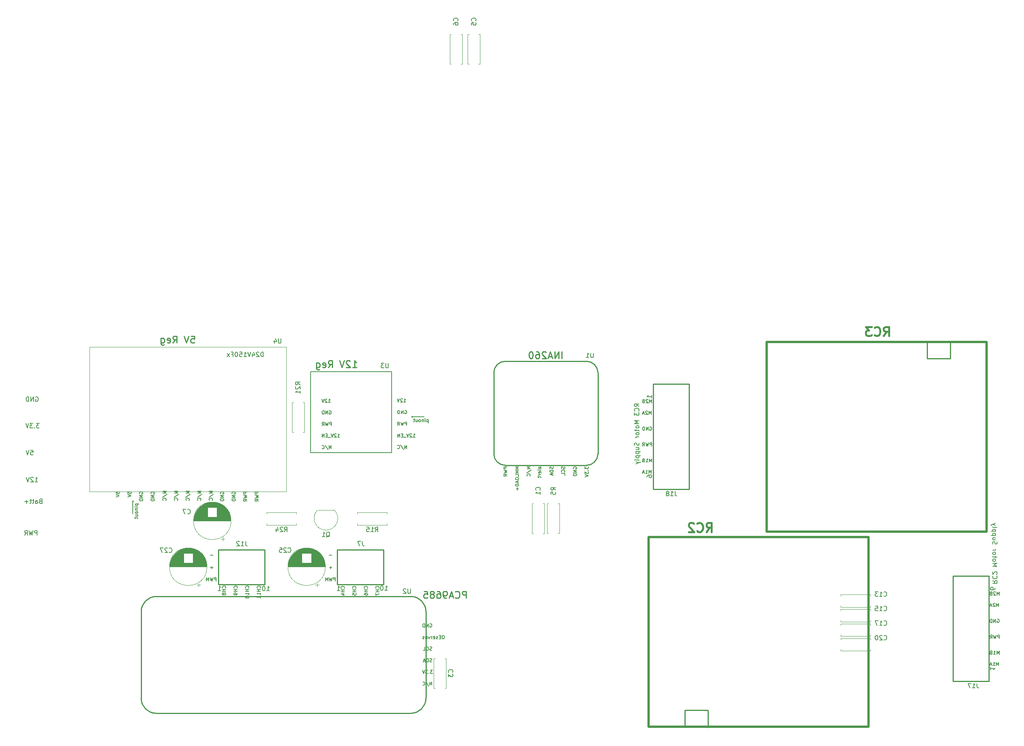
<source format=gbo>
G04 #@! TF.GenerationSoftware,KiCad,Pcbnew,(5.1.10-1-10_14)*
G04 #@! TF.CreationDate,2023-03-19T13:19:43-07:00*
G04 #@! TF.ProjectId,Control_Boards,436f6e74-726f-46c5-9f42-6f617264732e,rev?*
G04 #@! TF.SameCoordinates,Original*
G04 #@! TF.FileFunction,Legend,Bot*
G04 #@! TF.FilePolarity,Positive*
%FSLAX46Y46*%
G04 Gerber Fmt 4.6, Leading zero omitted, Abs format (unit mm)*
G04 Created by KiCad (PCBNEW (5.1.10-1-10_14)) date 2023-03-19 13:19:43*
%MOMM*%
%LPD*%
G01*
G04 APERTURE LIST*
%ADD10C,0.150000*%
%ADD11C,0.250000*%
%ADD12C,0.120000*%
%ADD13C,0.500000*%
%ADD14C,0.400000*%
G04 APERTURE END LIST*
D10*
X62661800Y-140335000D02*
X62788800Y-140182600D01*
X62941200Y-140335000D02*
X62788800Y-140182600D01*
X62788800Y-142925800D02*
X62788800Y-140182600D01*
X63364685Y-140846371D02*
X64114685Y-140846371D01*
X63400400Y-140846371D02*
X63364685Y-140917800D01*
X63364685Y-141060657D01*
X63400400Y-141132085D01*
X63436114Y-141167800D01*
X63507542Y-141203514D01*
X63721828Y-141203514D01*
X63793257Y-141167800D01*
X63828971Y-141132085D01*
X63864685Y-141060657D01*
X63864685Y-140917800D01*
X63828971Y-140846371D01*
X63864685Y-141524942D02*
X63364685Y-141524942D01*
X63114685Y-141524942D02*
X63150400Y-141489228D01*
X63186114Y-141524942D01*
X63150400Y-141560657D01*
X63114685Y-141524942D01*
X63186114Y-141524942D01*
X63364685Y-141882085D02*
X63864685Y-141882085D01*
X63436114Y-141882085D02*
X63400400Y-141917800D01*
X63364685Y-141989228D01*
X63364685Y-142096371D01*
X63400400Y-142167800D01*
X63471828Y-142203514D01*
X63864685Y-142203514D01*
X63864685Y-142667800D02*
X63828971Y-142596371D01*
X63793257Y-142560657D01*
X63721828Y-142524942D01*
X63507542Y-142524942D01*
X63436114Y-142560657D01*
X63400400Y-142596371D01*
X63364685Y-142667800D01*
X63364685Y-142774942D01*
X63400400Y-142846371D01*
X63436114Y-142882085D01*
X63507542Y-142917800D01*
X63721828Y-142917800D01*
X63793257Y-142882085D01*
X63828971Y-142846371D01*
X63864685Y-142774942D01*
X63864685Y-142667800D01*
X63364685Y-143560657D02*
X63864685Y-143560657D01*
X63364685Y-143239228D02*
X63757542Y-143239228D01*
X63828971Y-143274942D01*
X63864685Y-143346371D01*
X63864685Y-143453514D01*
X63828971Y-143524942D01*
X63793257Y-143560657D01*
X63364685Y-143810657D02*
X63364685Y-144096371D01*
X63114685Y-143917800D02*
X63757542Y-143917800D01*
X63828971Y-143953514D01*
X63864685Y-144024942D01*
X63864685Y-144096371D01*
X127591142Y-122330785D02*
X127591142Y-123080785D01*
X127591142Y-122366500D02*
X127519714Y-122330785D01*
X127376856Y-122330785D01*
X127305428Y-122366500D01*
X127269714Y-122402214D01*
X127233999Y-122473642D01*
X127233999Y-122687928D01*
X127269714Y-122759357D01*
X127305428Y-122795071D01*
X127376856Y-122830785D01*
X127519714Y-122830785D01*
X127591142Y-122795071D01*
X126912571Y-122830785D02*
X126912571Y-122330785D01*
X126912571Y-122080785D02*
X126948285Y-122116500D01*
X126912571Y-122152214D01*
X126876856Y-122116500D01*
X126912571Y-122080785D01*
X126912571Y-122152214D01*
X126555428Y-122330785D02*
X126555428Y-122830785D01*
X126555428Y-122402214D02*
X126519714Y-122366500D01*
X126448285Y-122330785D01*
X126341142Y-122330785D01*
X126269714Y-122366500D01*
X126233999Y-122437928D01*
X126233999Y-122830785D01*
X125769714Y-122830785D02*
X125841142Y-122795071D01*
X125876856Y-122759357D01*
X125912571Y-122687928D01*
X125912571Y-122473642D01*
X125876856Y-122402214D01*
X125841142Y-122366500D01*
X125769714Y-122330785D01*
X125662571Y-122330785D01*
X125591142Y-122366500D01*
X125555428Y-122402214D01*
X125519714Y-122473642D01*
X125519714Y-122687928D01*
X125555428Y-122759357D01*
X125591142Y-122795071D01*
X125662571Y-122830785D01*
X125769714Y-122830785D01*
X124876856Y-122330785D02*
X124876856Y-122830785D01*
X125198285Y-122330785D02*
X125198285Y-122723642D01*
X125162571Y-122795071D01*
X125091142Y-122830785D01*
X124983999Y-122830785D01*
X124912571Y-122795071D01*
X124876856Y-122759357D01*
X124626856Y-122330785D02*
X124341142Y-122330785D01*
X124519714Y-122080785D02*
X124519714Y-122723642D01*
X124483999Y-122795071D01*
X124412571Y-122830785D01*
X124341142Y-122830785D01*
X124129800Y-121843800D02*
X123977400Y-121716800D01*
X124129800Y-121564400D02*
X123977400Y-121716800D01*
X126720600Y-121716800D02*
X123977400Y-121716800D01*
X122226342Y-118525485D02*
X122654914Y-118525485D01*
X122440628Y-118525485D02*
X122440628Y-117775485D01*
X122512057Y-117882628D01*
X122583485Y-117954057D01*
X122654914Y-117989771D01*
X121940628Y-117846914D02*
X121904914Y-117811200D01*
X121833485Y-117775485D01*
X121654914Y-117775485D01*
X121583485Y-117811200D01*
X121547771Y-117846914D01*
X121512057Y-117918342D01*
X121512057Y-117989771D01*
X121547771Y-118096914D01*
X121976342Y-118525485D01*
X121512057Y-118525485D01*
X121297771Y-117775485D02*
X121047771Y-118525485D01*
X120797771Y-117775485D01*
X122440628Y-120357550D02*
X122512057Y-120321835D01*
X122619200Y-120321835D01*
X122726342Y-120357550D01*
X122797771Y-120428978D01*
X122833485Y-120500407D01*
X122869200Y-120643264D01*
X122869200Y-120750407D01*
X122833485Y-120893264D01*
X122797771Y-120964692D01*
X122726342Y-121036121D01*
X122619200Y-121071835D01*
X122547771Y-121071835D01*
X122440628Y-121036121D01*
X122404914Y-121000407D01*
X122404914Y-120750407D01*
X122547771Y-120750407D01*
X122083485Y-121071835D02*
X122083485Y-120321835D01*
X121654914Y-121071835D01*
X121654914Y-120321835D01*
X121297771Y-121071835D02*
X121297771Y-120321835D01*
X121119200Y-120321835D01*
X121012057Y-120357550D01*
X120940628Y-120428978D01*
X120904914Y-120500407D01*
X120869200Y-120643264D01*
X120869200Y-120750407D01*
X120904914Y-120893264D01*
X120940628Y-120964692D01*
X121012057Y-121036121D01*
X121119200Y-121071835D01*
X121297771Y-121071835D01*
X122904914Y-123618185D02*
X122904914Y-122868185D01*
X122619199Y-122868185D01*
X122547771Y-122903900D01*
X122512056Y-122939614D01*
X122476342Y-123011042D01*
X122476342Y-123118185D01*
X122512056Y-123189614D01*
X122547771Y-123225328D01*
X122619199Y-123261042D01*
X122904914Y-123261042D01*
X122226342Y-122868185D02*
X122047771Y-123618185D01*
X121904914Y-123082471D01*
X121762056Y-123618185D01*
X121583485Y-122868185D01*
X120869199Y-123618185D02*
X121119199Y-123261042D01*
X121297771Y-123618185D02*
X121297771Y-122868185D01*
X121012056Y-122868185D01*
X120940628Y-122903900D01*
X120904914Y-122939614D01*
X120869199Y-123011042D01*
X120869199Y-123118185D01*
X120904914Y-123189614D01*
X120940628Y-123225328D01*
X121012056Y-123261042D01*
X121297771Y-123261042D01*
X124262056Y-126164535D02*
X124690628Y-126164535D01*
X124476342Y-126164535D02*
X124476342Y-125414535D01*
X124547771Y-125521678D01*
X124619199Y-125593107D01*
X124690628Y-125628821D01*
X123976342Y-125485964D02*
X123940628Y-125450250D01*
X123869199Y-125414535D01*
X123690628Y-125414535D01*
X123619199Y-125450250D01*
X123583485Y-125485964D01*
X123547771Y-125557392D01*
X123547771Y-125628821D01*
X123583485Y-125735964D01*
X124012056Y-126164535D01*
X123547771Y-126164535D01*
X123333485Y-125414535D02*
X123083485Y-126164535D01*
X122833485Y-125414535D01*
X122762056Y-126235964D02*
X122190628Y-126235964D01*
X122012056Y-125771678D02*
X121762056Y-125771678D01*
X121654914Y-126164535D02*
X122012056Y-126164535D01*
X122012056Y-125414535D01*
X121654914Y-125414535D01*
X121333485Y-126164535D02*
X121333485Y-125414535D01*
X120904914Y-126164535D01*
X120904914Y-125414535D01*
X122869199Y-128710885D02*
X122869199Y-127960885D01*
X122440628Y-128710885D01*
X122440628Y-127960885D01*
X121547771Y-127925171D02*
X122190628Y-128889457D01*
X120869199Y-128639457D02*
X120904914Y-128675171D01*
X121012057Y-128710885D01*
X121083485Y-128710885D01*
X121190628Y-128675171D01*
X121262057Y-128603742D01*
X121297771Y-128532314D01*
X121333485Y-128389457D01*
X121333485Y-128282314D01*
X121297771Y-128139457D01*
X121262057Y-128068028D01*
X121190628Y-127996600D01*
X121083485Y-127960885D01*
X121012057Y-127960885D01*
X120904914Y-127996600D01*
X120869199Y-128032314D01*
X161971485Y-132649257D02*
X161971485Y-133113542D01*
X162257200Y-132863542D01*
X162257200Y-132970685D01*
X162292914Y-133042114D01*
X162328628Y-133077828D01*
X162400057Y-133113542D01*
X162578628Y-133113542D01*
X162650057Y-133077828D01*
X162685771Y-133042114D01*
X162721485Y-132970685D01*
X162721485Y-132756400D01*
X162685771Y-132684971D01*
X162650057Y-132649257D01*
X162650057Y-133434971D02*
X162685771Y-133470685D01*
X162721485Y-133434971D01*
X162685771Y-133399257D01*
X162650057Y-133434971D01*
X162721485Y-133434971D01*
X161971485Y-133720685D02*
X161971485Y-134184971D01*
X162257200Y-133934971D01*
X162257200Y-134042114D01*
X162292914Y-134113542D01*
X162328628Y-134149257D01*
X162400057Y-134184971D01*
X162578628Y-134184971D01*
X162650057Y-134149257D01*
X162685771Y-134113542D01*
X162721485Y-134042114D01*
X162721485Y-133827828D01*
X162685771Y-133756400D01*
X162650057Y-133720685D01*
X161971485Y-134399257D02*
X162721485Y-134649257D01*
X161971485Y-134899257D01*
X159463568Y-133134171D02*
X159427853Y-133062742D01*
X159427853Y-132955600D01*
X159463568Y-132848457D01*
X159534996Y-132777028D01*
X159606425Y-132741314D01*
X159749282Y-132705600D01*
X159856425Y-132705600D01*
X159999282Y-132741314D01*
X160070710Y-132777028D01*
X160142139Y-132848457D01*
X160177853Y-132955600D01*
X160177853Y-133027028D01*
X160142139Y-133134171D01*
X160106425Y-133169885D01*
X159856425Y-133169885D01*
X159856425Y-133027028D01*
X160177853Y-133491314D02*
X159427853Y-133491314D01*
X160177853Y-133919885D01*
X159427853Y-133919885D01*
X160177853Y-134277028D02*
X159427853Y-134277028D01*
X159427853Y-134455600D01*
X159463568Y-134562742D01*
X159534996Y-134634171D01*
X159606425Y-134669885D01*
X159749282Y-134705600D01*
X159856425Y-134705600D01*
X159999282Y-134669885D01*
X160070710Y-134634171D01*
X160142139Y-134562742D01*
X160177853Y-134455600D01*
X160177853Y-134277028D01*
X157529571Y-132685742D02*
X157565285Y-132792885D01*
X157565285Y-132971457D01*
X157529571Y-133042885D01*
X157493857Y-133078600D01*
X157422428Y-133114314D01*
X157351000Y-133114314D01*
X157279571Y-133078600D01*
X157243857Y-133042885D01*
X157208142Y-132971457D01*
X157172428Y-132828600D01*
X157136714Y-132757171D01*
X157101000Y-132721457D01*
X157029571Y-132685742D01*
X156958142Y-132685742D01*
X156886714Y-132721457D01*
X156851000Y-132757171D01*
X156815285Y-132828600D01*
X156815285Y-133007171D01*
X156851000Y-133114314D01*
X157493857Y-133864314D02*
X157529571Y-133828600D01*
X157565285Y-133721457D01*
X157565285Y-133650028D01*
X157529571Y-133542885D01*
X157458142Y-133471457D01*
X157386714Y-133435742D01*
X157243857Y-133400028D01*
X157136714Y-133400028D01*
X156993857Y-133435742D01*
X156922428Y-133471457D01*
X156851000Y-133542885D01*
X156815285Y-133650028D01*
X156815285Y-133721457D01*
X156851000Y-133828600D01*
X156886714Y-133864314D01*
X157565285Y-134542885D02*
X157565285Y-134185742D01*
X156815285Y-134185742D01*
X154964171Y-132693285D02*
X154999885Y-132800428D01*
X154999885Y-132979000D01*
X154964171Y-133050428D01*
X154928457Y-133086142D01*
X154857028Y-133121857D01*
X154785600Y-133121857D01*
X154714171Y-133086142D01*
X154678457Y-133050428D01*
X154642742Y-132979000D01*
X154607028Y-132836142D01*
X154571314Y-132764714D01*
X154535600Y-132729000D01*
X154464171Y-132693285D01*
X154392742Y-132693285D01*
X154321314Y-132729000D01*
X154285600Y-132764714D01*
X154249885Y-132836142D01*
X154249885Y-133014714D01*
X154285600Y-133121857D01*
X154999885Y-133443285D02*
X154249885Y-133443285D01*
X154249885Y-133621857D01*
X154285600Y-133729000D01*
X154357028Y-133800428D01*
X154428457Y-133836142D01*
X154571314Y-133871857D01*
X154678457Y-133871857D01*
X154821314Y-133836142D01*
X154892742Y-133800428D01*
X154964171Y-133729000D01*
X154999885Y-133621857D01*
X154999885Y-133443285D01*
X154785600Y-134157571D02*
X154785600Y-134514714D01*
X154999885Y-134086142D02*
X154249885Y-134336142D01*
X154999885Y-134586142D01*
X144916085Y-132741315D02*
X144166085Y-132741315D01*
X144166085Y-133027029D01*
X144201800Y-133098457D01*
X144237514Y-133134172D01*
X144308942Y-133169886D01*
X144416085Y-133169886D01*
X144487514Y-133134172D01*
X144523228Y-133098457D01*
X144558942Y-133027029D01*
X144558942Y-132741315D01*
X144166085Y-133419886D02*
X144916085Y-133598457D01*
X144380371Y-133741315D01*
X144916085Y-133884172D01*
X144166085Y-134062743D01*
X144916085Y-134777029D02*
X144558942Y-134527029D01*
X144916085Y-134348457D02*
X144166085Y-134348457D01*
X144166085Y-134634172D01*
X144201800Y-134705600D01*
X144237514Y-134741315D01*
X144308942Y-134777029D01*
X144416085Y-134777029D01*
X144487514Y-134741315D01*
X144523228Y-134705600D01*
X144558942Y-134634172D01*
X144558942Y-134348457D01*
X152332885Y-133054428D02*
X151940028Y-133054428D01*
X151868600Y-133018714D01*
X151832885Y-132947285D01*
X151832885Y-132804428D01*
X151868600Y-132733000D01*
X152297171Y-133054428D02*
X152332885Y-132983000D01*
X152332885Y-132804428D01*
X152297171Y-132733000D01*
X152225742Y-132697285D01*
X152154314Y-132697285D01*
X152082885Y-132733000D01*
X152047171Y-132804428D01*
X152047171Y-132983000D01*
X152011457Y-133054428D01*
X152332885Y-133518714D02*
X152297171Y-133447285D01*
X152225742Y-133411571D01*
X151582885Y-133411571D01*
X152297171Y-134090142D02*
X152332885Y-134018714D01*
X152332885Y-133875857D01*
X152297171Y-133804428D01*
X152225742Y-133768714D01*
X151940028Y-133768714D01*
X151868600Y-133804428D01*
X151832885Y-133875857D01*
X151832885Y-134018714D01*
X151868600Y-134090142D01*
X151940028Y-134125857D01*
X152011457Y-134125857D01*
X152082885Y-133768714D01*
X152332885Y-134447285D02*
X151832885Y-134447285D01*
X151975742Y-134447285D02*
X151904314Y-134483000D01*
X151868600Y-134518714D01*
X151832885Y-134590142D01*
X151832885Y-134661571D01*
X151832885Y-134804428D02*
X151832885Y-135090142D01*
X151582885Y-134911571D02*
X152225742Y-134911571D01*
X152297171Y-134947285D01*
X152332885Y-135018714D01*
X152332885Y-135090142D01*
X150003341Y-132741315D02*
X149253341Y-132741315D01*
X150003341Y-133169886D01*
X149253341Y-133169886D01*
X149217627Y-134062743D02*
X150181913Y-133419886D01*
X149931913Y-134741315D02*
X149967627Y-134705600D01*
X150003341Y-134598458D01*
X150003341Y-134527029D01*
X149967627Y-134419886D01*
X149896198Y-134348458D01*
X149824770Y-134312743D01*
X149681913Y-134277029D01*
X149574770Y-134277029D01*
X149431913Y-134312743D01*
X149360484Y-134348458D01*
X149289056Y-134419886D01*
X149253341Y-134527029D01*
X149253341Y-134598458D01*
X149289056Y-134705600D01*
X149324770Y-134741315D01*
X147459713Y-132741314D02*
X146709713Y-132741314D01*
X147245428Y-132991314D01*
X146709713Y-133241314D01*
X147459713Y-133241314D01*
X147459713Y-133598457D02*
X146709713Y-133598457D01*
X147245428Y-133848457D01*
X146709713Y-134098457D01*
X147459713Y-134098457D01*
X147459713Y-134812743D02*
X147459713Y-134455600D01*
X146709713Y-134455600D01*
X146709713Y-135205600D02*
X146709713Y-135348457D01*
X146745428Y-135419886D01*
X146816856Y-135491314D01*
X146959713Y-135527029D01*
X147209713Y-135527029D01*
X147352570Y-135491314D01*
X147423999Y-135419886D01*
X147459713Y-135348457D01*
X147459713Y-135205600D01*
X147423999Y-135134171D01*
X147352570Y-135062743D01*
X147209713Y-135027029D01*
X146959713Y-135027029D01*
X146816856Y-135062743D01*
X146745428Y-135134171D01*
X146709713Y-135205600D01*
X147245428Y-135812743D02*
X147245428Y-136169886D01*
X147459713Y-135741314D02*
X146709713Y-135991314D01*
X147459713Y-136241314D01*
X147459713Y-136491314D02*
X146709713Y-136491314D01*
X146709713Y-136669886D01*
X146745428Y-136777029D01*
X146816856Y-136848457D01*
X146888285Y-136884171D01*
X147031142Y-136919886D01*
X147138285Y-136919886D01*
X147281142Y-136884171D01*
X147352570Y-136848457D01*
X147423999Y-136777029D01*
X147459713Y-136669886D01*
X147459713Y-136491314D01*
X147173999Y-137241314D02*
X147173999Y-137812743D01*
X147459713Y-137527029D02*
X146888285Y-137527029D01*
X128388542Y-180679285D02*
X128388542Y-179929285D01*
X127959971Y-180679285D01*
X127959971Y-179929285D01*
X127067114Y-179893571D02*
X127709971Y-180857857D01*
X126388542Y-180607857D02*
X126424257Y-180643571D01*
X126531400Y-180679285D01*
X126602828Y-180679285D01*
X126709971Y-180643571D01*
X126781400Y-180572142D01*
X126817114Y-180500714D01*
X126852828Y-180357857D01*
X126852828Y-180250714D01*
X126817114Y-180107857D01*
X126781400Y-180036428D01*
X126709971Y-179965000D01*
X126602828Y-179929285D01*
X126531400Y-179929285D01*
X126424257Y-179965000D01*
X126388542Y-180000714D01*
X128567113Y-177379125D02*
X128102828Y-177379125D01*
X128352828Y-177664840D01*
X128245685Y-177664840D01*
X128174256Y-177700554D01*
X128138542Y-177736268D01*
X128102828Y-177807697D01*
X128102828Y-177986268D01*
X128138542Y-178057697D01*
X128174256Y-178093411D01*
X128245685Y-178129125D01*
X128459971Y-178129125D01*
X128531399Y-178093411D01*
X128567113Y-178057697D01*
X127781399Y-178057697D02*
X127745685Y-178093411D01*
X127781399Y-178129125D01*
X127817113Y-178093411D01*
X127781399Y-178057697D01*
X127781399Y-178129125D01*
X127495685Y-177379125D02*
X127031399Y-177379125D01*
X127281399Y-177664840D01*
X127174256Y-177664840D01*
X127102828Y-177700554D01*
X127067113Y-177736268D01*
X127031399Y-177807697D01*
X127031399Y-177986268D01*
X127067113Y-178057697D01*
X127102828Y-178093411D01*
X127174256Y-178129125D01*
X127388542Y-178129125D01*
X127459971Y-178093411D01*
X127495685Y-178057697D01*
X126817113Y-177379125D02*
X126567113Y-178129125D01*
X126317113Y-177379125D01*
X128375457Y-172972771D02*
X128268314Y-173008485D01*
X128089742Y-173008485D01*
X128018314Y-172972771D01*
X127982600Y-172937057D01*
X127946885Y-172865628D01*
X127946885Y-172794200D01*
X127982600Y-172722771D01*
X128018314Y-172687057D01*
X128089742Y-172651342D01*
X128232600Y-172615628D01*
X128304028Y-172579914D01*
X128339742Y-172544200D01*
X128375457Y-172472771D01*
X128375457Y-172401342D01*
X128339742Y-172329914D01*
X128304028Y-172294200D01*
X128232600Y-172258485D01*
X128054028Y-172258485D01*
X127946885Y-172294200D01*
X127196885Y-172937057D02*
X127232600Y-172972771D01*
X127339742Y-173008485D01*
X127411171Y-173008485D01*
X127518314Y-172972771D01*
X127589742Y-172901342D01*
X127625457Y-172829914D01*
X127661171Y-172687057D01*
X127661171Y-172579914D01*
X127625457Y-172437057D01*
X127589742Y-172365628D01*
X127518314Y-172294200D01*
X127411171Y-172258485D01*
X127339742Y-172258485D01*
X127232600Y-172294200D01*
X127196885Y-172329914D01*
X126518314Y-173008485D02*
X126875457Y-173008485D01*
X126875457Y-172258485D01*
X130959971Y-169728645D02*
X130817114Y-169728645D01*
X130745685Y-169764360D01*
X130674257Y-169835788D01*
X130638543Y-169978645D01*
X130638543Y-170228645D01*
X130674257Y-170371502D01*
X130745685Y-170442931D01*
X130817114Y-170478645D01*
X130959971Y-170478645D01*
X131031400Y-170442931D01*
X131102828Y-170371502D01*
X131138543Y-170228645D01*
X131138543Y-169978645D01*
X131102828Y-169835788D01*
X131031400Y-169764360D01*
X130959971Y-169728645D01*
X130317114Y-170085788D02*
X130067114Y-170085788D01*
X129959971Y-170478645D02*
X130317114Y-170478645D01*
X130317114Y-169728645D01*
X129959971Y-169728645D01*
X129674257Y-170442931D02*
X129602828Y-170478645D01*
X129459971Y-170478645D01*
X129388543Y-170442931D01*
X129352828Y-170371502D01*
X129352828Y-170335788D01*
X129388543Y-170264360D01*
X129459971Y-170228645D01*
X129567114Y-170228645D01*
X129638543Y-170192931D01*
X129674257Y-170121502D01*
X129674257Y-170085788D01*
X129638543Y-170014360D01*
X129567114Y-169978645D01*
X129459971Y-169978645D01*
X129388543Y-170014360D01*
X128745685Y-170442931D02*
X128817114Y-170478645D01*
X128959971Y-170478645D01*
X129031400Y-170442931D01*
X129067114Y-170371502D01*
X129067114Y-170085788D01*
X129031400Y-170014360D01*
X128959971Y-169978645D01*
X128817114Y-169978645D01*
X128745685Y-170014360D01*
X128709971Y-170085788D01*
X128709971Y-170157217D01*
X129067114Y-170228645D01*
X128388543Y-170478645D02*
X128388543Y-169978645D01*
X128388543Y-170121502D02*
X128352828Y-170050074D01*
X128317114Y-170014360D01*
X128245685Y-169978645D01*
X128174257Y-169978645D01*
X127995685Y-169978645D02*
X127817114Y-170478645D01*
X127638543Y-169978645D01*
X127245685Y-170478645D02*
X127317114Y-170442931D01*
X127352828Y-170407217D01*
X127388543Y-170335788D01*
X127388543Y-170121502D01*
X127352828Y-170050074D01*
X127317114Y-170014360D01*
X127245685Y-169978645D01*
X127138543Y-169978645D01*
X127067114Y-170014360D01*
X127031400Y-170050074D01*
X126995685Y-170121502D01*
X126995685Y-170335788D01*
X127031400Y-170407217D01*
X127067114Y-170442931D01*
X127138543Y-170478645D01*
X127245685Y-170478645D01*
X126709971Y-170442931D02*
X126638543Y-170478645D01*
X126495685Y-170478645D01*
X126424257Y-170442931D01*
X126388543Y-170371502D01*
X126388543Y-170335788D01*
X126424257Y-170264360D01*
X126495685Y-170228645D01*
X126602828Y-170228645D01*
X126674257Y-170192931D01*
X126709971Y-170121502D01*
X126709971Y-170085788D01*
X126674257Y-170014360D01*
X126602828Y-169978645D01*
X126495685Y-169978645D01*
X126424257Y-170014360D01*
X128367914Y-175543251D02*
X128260771Y-175578965D01*
X128082200Y-175578965D01*
X128010771Y-175543251D01*
X127975057Y-175507537D01*
X127939342Y-175436108D01*
X127939342Y-175364680D01*
X127975057Y-175293251D01*
X128010771Y-175257537D01*
X128082200Y-175221822D01*
X128225057Y-175186108D01*
X128296485Y-175150394D01*
X128332200Y-175114680D01*
X128367914Y-175043251D01*
X128367914Y-174971822D01*
X128332200Y-174900394D01*
X128296485Y-174864680D01*
X128225057Y-174828965D01*
X128046485Y-174828965D01*
X127939342Y-174864680D01*
X127617914Y-175578965D02*
X127617914Y-174828965D01*
X127439342Y-174828965D01*
X127332200Y-174864680D01*
X127260771Y-174936108D01*
X127225057Y-175007537D01*
X127189342Y-175150394D01*
X127189342Y-175257537D01*
X127225057Y-175400394D01*
X127260771Y-175471822D01*
X127332200Y-175543251D01*
X127439342Y-175578965D01*
X127617914Y-175578965D01*
X126903628Y-175364680D02*
X126546485Y-175364680D01*
X126975057Y-175578965D02*
X126725057Y-174828965D01*
X126475057Y-175578965D01*
X127959971Y-167214200D02*
X128031400Y-167178485D01*
X128138543Y-167178485D01*
X128245685Y-167214200D01*
X128317114Y-167285628D01*
X128352828Y-167357057D01*
X128388543Y-167499914D01*
X128388543Y-167607057D01*
X128352828Y-167749914D01*
X128317114Y-167821342D01*
X128245685Y-167892771D01*
X128138543Y-167928485D01*
X128067114Y-167928485D01*
X127959971Y-167892771D01*
X127924257Y-167857057D01*
X127924257Y-167607057D01*
X128067114Y-167607057D01*
X127602828Y-167928485D02*
X127602828Y-167178485D01*
X127174257Y-167928485D01*
X127174257Y-167178485D01*
X126817114Y-167928485D02*
X126817114Y-167178485D01*
X126638543Y-167178485D01*
X126531400Y-167214200D01*
X126459971Y-167285628D01*
X126424257Y-167357057D01*
X126388543Y-167499914D01*
X126388543Y-167607057D01*
X126424257Y-167749914D01*
X126459971Y-167821342D01*
X126531400Y-167892771D01*
X126638543Y-167928485D01*
X126817114Y-167928485D01*
X106483114Y-154815771D02*
X105911685Y-154815771D01*
X106197400Y-155101485D02*
X106197400Y-154530057D01*
X107174771Y-157743085D02*
X107174771Y-156993085D01*
X106889057Y-156993085D01*
X106817628Y-157028800D01*
X106781914Y-157064514D01*
X106746200Y-157135942D01*
X106746200Y-157243085D01*
X106781914Y-157314514D01*
X106817628Y-157350228D01*
X106889057Y-157385942D01*
X107174771Y-157385942D01*
X106496200Y-156993085D02*
X106317628Y-157743085D01*
X106174771Y-157207371D01*
X106031914Y-157743085D01*
X105853342Y-156993085D01*
X105567628Y-157743085D02*
X105567628Y-156993085D01*
X105317628Y-157528800D01*
X105067628Y-156993085D01*
X105067628Y-157743085D01*
X106457714Y-152148771D02*
X105886285Y-152148771D01*
X81063571Y-157743085D02*
X81063571Y-156993085D01*
X80777857Y-156993085D01*
X80706428Y-157028800D01*
X80670714Y-157064514D01*
X80635000Y-157135942D01*
X80635000Y-157243085D01*
X80670714Y-157314514D01*
X80706428Y-157350228D01*
X80777857Y-157385942D01*
X81063571Y-157385942D01*
X80385000Y-156993085D02*
X80206428Y-157743085D01*
X80063571Y-157207371D01*
X79920714Y-157743085D01*
X79742142Y-156993085D01*
X79456428Y-157743085D02*
X79456428Y-156993085D01*
X79206428Y-157528800D01*
X78956428Y-156993085D01*
X78956428Y-157743085D01*
X80346514Y-152148771D02*
X79775085Y-152148771D01*
X80371914Y-154815771D02*
X79800485Y-154815771D01*
X80086200Y-155101485D02*
X80086200Y-154530057D01*
X90717257Y-159322800D02*
X90752971Y-159287085D01*
X90788685Y-159179942D01*
X90788685Y-159108514D01*
X90752971Y-159001371D01*
X90681542Y-158929942D01*
X90610114Y-158894228D01*
X90467257Y-158858514D01*
X90360114Y-158858514D01*
X90217257Y-158894228D01*
X90145828Y-158929942D01*
X90074400Y-159001371D01*
X90038685Y-159108514D01*
X90038685Y-159179942D01*
X90074400Y-159287085D01*
X90110114Y-159322800D01*
X90788685Y-159644228D02*
X90038685Y-159644228D01*
X90395828Y-159644228D02*
X90395828Y-160072800D01*
X90788685Y-160072800D02*
X90038685Y-160072800D01*
X90788685Y-160822800D02*
X90788685Y-160394228D01*
X90788685Y-160608514D02*
X90038685Y-160608514D01*
X90145828Y-160537085D01*
X90217257Y-160465657D01*
X90252971Y-160394228D01*
X90788685Y-161537085D02*
X90788685Y-161108514D01*
X90788685Y-161322800D02*
X90038685Y-161322800D01*
X90145828Y-161251371D01*
X90217257Y-161179942D01*
X90252971Y-161108514D01*
X88177257Y-159322800D02*
X88212971Y-159287085D01*
X88248685Y-159179942D01*
X88248685Y-159108514D01*
X88212971Y-159001371D01*
X88141542Y-158929942D01*
X88070114Y-158894228D01*
X87927257Y-158858514D01*
X87820114Y-158858514D01*
X87677257Y-158894228D01*
X87605828Y-158929942D01*
X87534400Y-159001371D01*
X87498685Y-159108514D01*
X87498685Y-159179942D01*
X87534400Y-159287085D01*
X87570114Y-159322800D01*
X88248685Y-159644228D02*
X87498685Y-159644228D01*
X87855828Y-159644228D02*
X87855828Y-160072800D01*
X88248685Y-160072800D02*
X87498685Y-160072800D01*
X88248685Y-160822800D02*
X88248685Y-160394228D01*
X88248685Y-160608514D02*
X87498685Y-160608514D01*
X87605828Y-160537085D01*
X87677257Y-160465657D01*
X87712971Y-160394228D01*
X87498685Y-161287085D02*
X87498685Y-161358514D01*
X87534400Y-161429942D01*
X87570114Y-161465657D01*
X87641542Y-161501371D01*
X87784400Y-161537085D01*
X87962971Y-161537085D01*
X88105828Y-161501371D01*
X88177257Y-161465657D01*
X88212971Y-161429942D01*
X88248685Y-161358514D01*
X88248685Y-161287085D01*
X88212971Y-161215657D01*
X88177257Y-161179942D01*
X88105828Y-161144228D01*
X87962971Y-161108514D01*
X87784400Y-161108514D01*
X87641542Y-161144228D01*
X87570114Y-161179942D01*
X87534400Y-161215657D01*
X87498685Y-161287085D01*
X83097257Y-159324342D02*
X83132971Y-159288628D01*
X83168685Y-159181485D01*
X83168685Y-159110057D01*
X83132971Y-159002914D01*
X83061542Y-158931485D01*
X82990114Y-158895771D01*
X82847257Y-158860057D01*
X82740114Y-158860057D01*
X82597257Y-158895771D01*
X82525828Y-158931485D01*
X82454400Y-159002914D01*
X82418685Y-159110057D01*
X82418685Y-159181485D01*
X82454400Y-159288628D01*
X82490114Y-159324342D01*
X83168685Y-159645771D02*
X82418685Y-159645771D01*
X82775828Y-159645771D02*
X82775828Y-160074342D01*
X83168685Y-160074342D02*
X82418685Y-160074342D01*
X82740114Y-160538628D02*
X82704400Y-160467200D01*
X82668685Y-160431485D01*
X82597257Y-160395771D01*
X82561542Y-160395771D01*
X82490114Y-160431485D01*
X82454400Y-160467200D01*
X82418685Y-160538628D01*
X82418685Y-160681485D01*
X82454400Y-160752914D01*
X82490114Y-160788628D01*
X82561542Y-160824342D01*
X82597257Y-160824342D01*
X82668685Y-160788628D01*
X82704400Y-160752914D01*
X82740114Y-160681485D01*
X82740114Y-160538628D01*
X82775828Y-160467200D01*
X82811542Y-160431485D01*
X82882971Y-160395771D01*
X83025828Y-160395771D01*
X83097257Y-160431485D01*
X83132971Y-160467200D01*
X83168685Y-160538628D01*
X83168685Y-160681485D01*
X83132971Y-160752914D01*
X83097257Y-160788628D01*
X83025828Y-160824342D01*
X82882971Y-160824342D01*
X82811542Y-160788628D01*
X82775828Y-160752914D01*
X82740114Y-160681485D01*
X85637257Y-159324342D02*
X85672971Y-159288628D01*
X85708685Y-159181485D01*
X85708685Y-159110057D01*
X85672971Y-159002914D01*
X85601542Y-158931485D01*
X85530114Y-158895771D01*
X85387257Y-158860057D01*
X85280114Y-158860057D01*
X85137257Y-158895771D01*
X85065828Y-158931485D01*
X84994400Y-159002914D01*
X84958685Y-159110057D01*
X84958685Y-159181485D01*
X84994400Y-159288628D01*
X85030114Y-159324342D01*
X85708685Y-159645771D02*
X84958685Y-159645771D01*
X85315828Y-159645771D02*
X85315828Y-160074342D01*
X85708685Y-160074342D02*
X84958685Y-160074342D01*
X85708685Y-160467200D02*
X85708685Y-160610057D01*
X85672971Y-160681485D01*
X85637257Y-160717200D01*
X85530114Y-160788628D01*
X85387257Y-160824342D01*
X85101542Y-160824342D01*
X85030114Y-160788628D01*
X84994400Y-160752914D01*
X84958685Y-160681485D01*
X84958685Y-160538628D01*
X84994400Y-160467200D01*
X85030114Y-160431485D01*
X85101542Y-160395771D01*
X85280114Y-160395771D01*
X85351542Y-160431485D01*
X85387257Y-160467200D01*
X85422971Y-160538628D01*
X85422971Y-160681485D01*
X85387257Y-160752914D01*
X85351542Y-160788628D01*
X85280114Y-160824342D01*
X111697657Y-159400542D02*
X111733371Y-159364828D01*
X111769085Y-159257685D01*
X111769085Y-159186257D01*
X111733371Y-159079114D01*
X111661942Y-159007685D01*
X111590514Y-158971971D01*
X111447657Y-158936257D01*
X111340514Y-158936257D01*
X111197657Y-158971971D01*
X111126228Y-159007685D01*
X111054800Y-159079114D01*
X111019085Y-159186257D01*
X111019085Y-159257685D01*
X111054800Y-159364828D01*
X111090514Y-159400542D01*
X111769085Y-159721971D02*
X111019085Y-159721971D01*
X111376228Y-159721971D02*
X111376228Y-160150542D01*
X111769085Y-160150542D02*
X111019085Y-160150542D01*
X111019085Y-160864828D02*
X111019085Y-160507685D01*
X111376228Y-160471971D01*
X111340514Y-160507685D01*
X111304800Y-160579114D01*
X111304800Y-160757685D01*
X111340514Y-160829114D01*
X111376228Y-160864828D01*
X111447657Y-160900542D01*
X111626228Y-160900542D01*
X111697657Y-160864828D01*
X111733371Y-160829114D01*
X111769085Y-160757685D01*
X111769085Y-160579114D01*
X111733371Y-160507685D01*
X111697657Y-160471971D01*
X109157657Y-159400542D02*
X109193371Y-159364828D01*
X109229085Y-159257685D01*
X109229085Y-159186257D01*
X109193371Y-159079114D01*
X109121942Y-159007685D01*
X109050514Y-158971971D01*
X108907657Y-158936257D01*
X108800514Y-158936257D01*
X108657657Y-158971971D01*
X108586228Y-159007685D01*
X108514800Y-159079114D01*
X108479085Y-159186257D01*
X108479085Y-159257685D01*
X108514800Y-159364828D01*
X108550514Y-159400542D01*
X109229085Y-159721971D02*
X108479085Y-159721971D01*
X108836228Y-159721971D02*
X108836228Y-160150542D01*
X109229085Y-160150542D02*
X108479085Y-160150542D01*
X108729085Y-160829114D02*
X109229085Y-160829114D01*
X108443371Y-160650542D02*
X108979085Y-160471971D01*
X108979085Y-160936257D01*
X116777657Y-159400542D02*
X116813371Y-159364828D01*
X116849085Y-159257685D01*
X116849085Y-159186257D01*
X116813371Y-159079114D01*
X116741942Y-159007685D01*
X116670514Y-158971971D01*
X116527657Y-158936257D01*
X116420514Y-158936257D01*
X116277657Y-158971971D01*
X116206228Y-159007685D01*
X116134800Y-159079114D01*
X116099085Y-159186257D01*
X116099085Y-159257685D01*
X116134800Y-159364828D01*
X116170514Y-159400542D01*
X116849085Y-159721971D02*
X116099085Y-159721971D01*
X116456228Y-159721971D02*
X116456228Y-160150542D01*
X116849085Y-160150542D02*
X116099085Y-160150542D01*
X116099085Y-160436257D02*
X116099085Y-160936257D01*
X116849085Y-160614828D01*
X114237657Y-159400542D02*
X114273371Y-159364828D01*
X114309085Y-159257685D01*
X114309085Y-159186257D01*
X114273371Y-159079114D01*
X114201942Y-159007685D01*
X114130514Y-158971971D01*
X113987657Y-158936257D01*
X113880514Y-158936257D01*
X113737657Y-158971971D01*
X113666228Y-159007685D01*
X113594800Y-159079114D01*
X113559085Y-159186257D01*
X113559085Y-159257685D01*
X113594800Y-159364828D01*
X113630514Y-159400542D01*
X114309085Y-159721971D02*
X113559085Y-159721971D01*
X113916228Y-159721971D02*
X113916228Y-160150542D01*
X114309085Y-160150542D02*
X113559085Y-160150542D01*
X113559085Y-160829114D02*
X113559085Y-160686257D01*
X113594800Y-160614828D01*
X113630514Y-160579114D01*
X113737657Y-160507685D01*
X113880514Y-160471971D01*
X114166228Y-160471971D01*
X114237657Y-160507685D01*
X114273371Y-160543400D01*
X114309085Y-160614828D01*
X114309085Y-160757685D01*
X114273371Y-160829114D01*
X114237657Y-160864828D01*
X114166228Y-160900542D01*
X113987657Y-160900542D01*
X113916228Y-160864828D01*
X113880514Y-160829114D01*
X113844800Y-160757685D01*
X113844800Y-160614828D01*
X113880514Y-160543400D01*
X113916228Y-160507685D01*
X113987657Y-160471971D01*
X64242600Y-138635656D02*
X64206885Y-138564227D01*
X64206885Y-138457085D01*
X64242600Y-138349942D01*
X64314028Y-138278513D01*
X64385457Y-138242799D01*
X64528314Y-138207085D01*
X64635457Y-138207085D01*
X64778314Y-138242799D01*
X64849742Y-138278513D01*
X64921171Y-138349942D01*
X64956885Y-138457085D01*
X64956885Y-138528513D01*
X64921171Y-138635656D01*
X64885457Y-138671370D01*
X64635457Y-138671370D01*
X64635457Y-138528513D01*
X64956885Y-138992799D02*
X64206885Y-138992799D01*
X64956885Y-139421370D01*
X64206885Y-139421370D01*
X64956885Y-139778513D02*
X64206885Y-139778513D01*
X64206885Y-139957085D01*
X64242600Y-140064227D01*
X64314028Y-140135656D01*
X64385457Y-140171370D01*
X64528314Y-140207085D01*
X64635457Y-140207085D01*
X64778314Y-140171370D01*
X64849742Y-140135656D01*
X64921171Y-140064227D01*
X64956885Y-139957085D01*
X64956885Y-139778513D01*
X61641485Y-138599942D02*
X61641485Y-138242800D01*
X61998628Y-138207085D01*
X61962914Y-138242800D01*
X61927200Y-138314228D01*
X61927200Y-138492800D01*
X61962914Y-138564228D01*
X61998628Y-138599942D01*
X62070057Y-138635657D01*
X62248628Y-138635657D01*
X62320057Y-138599942D01*
X62355771Y-138564228D01*
X62391485Y-138492800D01*
X62391485Y-138314228D01*
X62355771Y-138242800D01*
X62320057Y-138207085D01*
X61641485Y-138849942D02*
X62391485Y-139099942D01*
X61641485Y-139349942D01*
X59076085Y-138599942D02*
X59076085Y-138242800D01*
X59433228Y-138207085D01*
X59397514Y-138242800D01*
X59361800Y-138314228D01*
X59361800Y-138492800D01*
X59397514Y-138564228D01*
X59433228Y-138599942D01*
X59504657Y-138635657D01*
X59683228Y-138635657D01*
X59754657Y-138599942D01*
X59790371Y-138564228D01*
X59826085Y-138492800D01*
X59826085Y-138314228D01*
X59790371Y-138242800D01*
X59754657Y-138207085D01*
X59076085Y-138849942D02*
X59826085Y-139099942D01*
X59076085Y-139349942D01*
X66808000Y-138635656D02*
X66772285Y-138564227D01*
X66772285Y-138457085D01*
X66808000Y-138349942D01*
X66879428Y-138278513D01*
X66950857Y-138242799D01*
X67093714Y-138207085D01*
X67200857Y-138207085D01*
X67343714Y-138242799D01*
X67415142Y-138278513D01*
X67486571Y-138349942D01*
X67522285Y-138457085D01*
X67522285Y-138528513D01*
X67486571Y-138635656D01*
X67450857Y-138671370D01*
X67200857Y-138671370D01*
X67200857Y-138528513D01*
X67522285Y-138992799D02*
X66772285Y-138992799D01*
X67522285Y-139421370D01*
X66772285Y-139421370D01*
X67522285Y-139778513D02*
X66772285Y-139778513D01*
X66772285Y-139957085D01*
X66808000Y-140064227D01*
X66879428Y-140135656D01*
X66950857Y-140171370D01*
X67093714Y-140207085D01*
X67200857Y-140207085D01*
X67343714Y-140171370D01*
X67415142Y-140135656D01*
X67486571Y-140064227D01*
X67522285Y-139957085D01*
X67522285Y-139778513D01*
X70087685Y-138047142D02*
X69337685Y-138047142D01*
X70087685Y-138475713D01*
X69337685Y-138475713D01*
X69301971Y-139368570D02*
X70266257Y-138725713D01*
X70016257Y-140047142D02*
X70051971Y-140011427D01*
X70087685Y-139904285D01*
X70087685Y-139832856D01*
X70051971Y-139725713D01*
X69980542Y-139654285D01*
X69909114Y-139618570D01*
X69766257Y-139582856D01*
X69659114Y-139582856D01*
X69516257Y-139618570D01*
X69444828Y-139654285D01*
X69373400Y-139725713D01*
X69337685Y-139832856D01*
X69337685Y-139904285D01*
X69373400Y-140011427D01*
X69409114Y-140047142D01*
X72634035Y-138047142D02*
X71884035Y-138047142D01*
X72634035Y-138475713D01*
X71884035Y-138475713D01*
X71848321Y-139368570D02*
X72812607Y-138725713D01*
X72562607Y-140047142D02*
X72598321Y-140011427D01*
X72634035Y-139904285D01*
X72634035Y-139832856D01*
X72598321Y-139725713D01*
X72526892Y-139654285D01*
X72455464Y-139618570D01*
X72312607Y-139582856D01*
X72205464Y-139582856D01*
X72062607Y-139618570D01*
X71991178Y-139654285D01*
X71919750Y-139725713D01*
X71884035Y-139832856D01*
X71884035Y-139904285D01*
X71919750Y-140011427D01*
X71955464Y-140047142D01*
X75180385Y-138047142D02*
X74430385Y-138047142D01*
X75180385Y-138475713D01*
X74430385Y-138475713D01*
X74394671Y-139368570D02*
X75358957Y-138725713D01*
X75108957Y-140047142D02*
X75144671Y-140011427D01*
X75180385Y-139904285D01*
X75180385Y-139832856D01*
X75144671Y-139725713D01*
X75073242Y-139654285D01*
X75001814Y-139618570D01*
X74858957Y-139582856D01*
X74751814Y-139582856D01*
X74608957Y-139618570D01*
X74537528Y-139654285D01*
X74466100Y-139725713D01*
X74430385Y-139832856D01*
X74430385Y-139904285D01*
X74466100Y-140011427D01*
X74501814Y-140047142D01*
X77726735Y-138047142D02*
X76976735Y-138047142D01*
X77726735Y-138475713D01*
X76976735Y-138475713D01*
X76941021Y-139368570D02*
X77905307Y-138725713D01*
X77655307Y-140047142D02*
X77691021Y-140011427D01*
X77726735Y-139904285D01*
X77726735Y-139832856D01*
X77691021Y-139725713D01*
X77619592Y-139654285D01*
X77548164Y-139618570D01*
X77405307Y-139582856D01*
X77298164Y-139582856D01*
X77155307Y-139618570D01*
X77083878Y-139654285D01*
X77012450Y-139725713D01*
X76976735Y-139832856D01*
X76976735Y-139904285D01*
X77012450Y-140011427D01*
X77048164Y-140047142D01*
X80273085Y-138047142D02*
X79523085Y-138047142D01*
X80273085Y-138475713D01*
X79523085Y-138475713D01*
X79487371Y-139368570D02*
X80451657Y-138725713D01*
X80201657Y-140047142D02*
X80237371Y-140011427D01*
X80273085Y-139904285D01*
X80273085Y-139832856D01*
X80237371Y-139725713D01*
X80165942Y-139654285D01*
X80094514Y-139618570D01*
X79951657Y-139582856D01*
X79844514Y-139582856D01*
X79701657Y-139618570D01*
X79630228Y-139654285D01*
X79558800Y-139725713D01*
X79523085Y-139832856D01*
X79523085Y-139904285D01*
X79558800Y-140011427D01*
X79594514Y-140047142D01*
X82022600Y-138635656D02*
X81986885Y-138564227D01*
X81986885Y-138457085D01*
X82022600Y-138349942D01*
X82094028Y-138278513D01*
X82165457Y-138242799D01*
X82308314Y-138207085D01*
X82415457Y-138207085D01*
X82558314Y-138242799D01*
X82629742Y-138278513D01*
X82701171Y-138349942D01*
X82736885Y-138457085D01*
X82736885Y-138528513D01*
X82701171Y-138635656D01*
X82665457Y-138671370D01*
X82415457Y-138671370D01*
X82415457Y-138528513D01*
X82736885Y-138992799D02*
X81986885Y-138992799D01*
X82736885Y-139421370D01*
X81986885Y-139421370D01*
X82736885Y-139778513D02*
X81986885Y-139778513D01*
X81986885Y-139957085D01*
X82022600Y-140064227D01*
X82094028Y-140135656D01*
X82165457Y-140171370D01*
X82308314Y-140207085D01*
X82415457Y-140207085D01*
X82558314Y-140171370D01*
X82629742Y-140135656D01*
X82701171Y-140064227D01*
X82736885Y-139957085D01*
X82736885Y-139778513D01*
X84562600Y-138635656D02*
X84526885Y-138564227D01*
X84526885Y-138457085D01*
X84562600Y-138349942D01*
X84634028Y-138278513D01*
X84705457Y-138242799D01*
X84848314Y-138207085D01*
X84955457Y-138207085D01*
X85098314Y-138242799D01*
X85169742Y-138278513D01*
X85241171Y-138349942D01*
X85276885Y-138457085D01*
X85276885Y-138528513D01*
X85241171Y-138635656D01*
X85205457Y-138671370D01*
X84955457Y-138671370D01*
X84955457Y-138528513D01*
X85276885Y-138992799D02*
X84526885Y-138992799D01*
X85276885Y-139421370D01*
X84526885Y-139421370D01*
X85276885Y-139778513D02*
X84526885Y-139778513D01*
X84526885Y-139957085D01*
X84562600Y-140064227D01*
X84634028Y-140135656D01*
X84705457Y-140171370D01*
X84848314Y-140207085D01*
X84955457Y-140207085D01*
X85098314Y-140171370D01*
X85169742Y-140135656D01*
X85241171Y-140064227D01*
X85276885Y-139957085D01*
X85276885Y-139778513D01*
X87816885Y-138242800D02*
X87066885Y-138242800D01*
X87066885Y-138528514D01*
X87102600Y-138599942D01*
X87138314Y-138635657D01*
X87209742Y-138671371D01*
X87316885Y-138671371D01*
X87388314Y-138635657D01*
X87424028Y-138599942D01*
X87459742Y-138528514D01*
X87459742Y-138242800D01*
X87066885Y-138921371D02*
X87816885Y-139099942D01*
X87281171Y-139242800D01*
X87816885Y-139385657D01*
X87066885Y-139564228D01*
X87816885Y-140278514D02*
X87459742Y-140028514D01*
X87816885Y-139849942D02*
X87066885Y-139849942D01*
X87066885Y-140135657D01*
X87102600Y-140207085D01*
X87138314Y-140242800D01*
X87209742Y-140278514D01*
X87316885Y-140278514D01*
X87388314Y-140242800D01*
X87424028Y-140207085D01*
X87459742Y-140135657D01*
X87459742Y-139849942D01*
X90356885Y-138242800D02*
X89606885Y-138242800D01*
X89606885Y-138528514D01*
X89642600Y-138599942D01*
X89678314Y-138635657D01*
X89749742Y-138671371D01*
X89856885Y-138671371D01*
X89928314Y-138635657D01*
X89964028Y-138599942D01*
X89999742Y-138528514D01*
X89999742Y-138242800D01*
X89606885Y-138921371D02*
X90356885Y-139099942D01*
X89821171Y-139242800D01*
X90356885Y-139385657D01*
X89606885Y-139564228D01*
X90356885Y-140278514D02*
X89999742Y-140028514D01*
X90356885Y-139849942D02*
X89606885Y-139849942D01*
X89606885Y-140135657D01*
X89642600Y-140207085D01*
X89678314Y-140242800D01*
X89749742Y-140278514D01*
X89856885Y-140278514D01*
X89928314Y-140242800D01*
X89964028Y-140207085D01*
X89999742Y-140135657D01*
X89999742Y-139849942D01*
X106308399Y-128761685D02*
X106308399Y-128011685D01*
X105879828Y-128761685D01*
X105879828Y-128011685D01*
X104986971Y-127975971D02*
X105629828Y-128940257D01*
X104308399Y-128690257D02*
X104344114Y-128725971D01*
X104451257Y-128761685D01*
X104522685Y-128761685D01*
X104629828Y-128725971D01*
X104701257Y-128654542D01*
X104736971Y-128583114D01*
X104772685Y-128440257D01*
X104772685Y-128333114D01*
X104736971Y-128190257D01*
X104701257Y-128118828D01*
X104629828Y-128047400D01*
X104522685Y-128011685D01*
X104451257Y-128011685D01*
X104344114Y-128047400D01*
X104308399Y-128083114D01*
X107701256Y-126215335D02*
X108129828Y-126215335D01*
X107915542Y-126215335D02*
X107915542Y-125465335D01*
X107986971Y-125572478D01*
X108058399Y-125643907D01*
X108129828Y-125679621D01*
X107415542Y-125536764D02*
X107379828Y-125501050D01*
X107308399Y-125465335D01*
X107129828Y-125465335D01*
X107058399Y-125501050D01*
X107022685Y-125536764D01*
X106986971Y-125608192D01*
X106986971Y-125679621D01*
X107022685Y-125786764D01*
X107451256Y-126215335D01*
X106986971Y-126215335D01*
X106772685Y-125465335D02*
X106522685Y-126215335D01*
X106272685Y-125465335D01*
X106201256Y-126286764D02*
X105629828Y-126286764D01*
X105451256Y-125822478D02*
X105201256Y-125822478D01*
X105094114Y-126215335D02*
X105451256Y-126215335D01*
X105451256Y-125465335D01*
X105094114Y-125465335D01*
X104772685Y-126215335D02*
X104772685Y-125465335D01*
X104344114Y-126215335D01*
X104344114Y-125465335D01*
X106344114Y-123668985D02*
X106344114Y-122918985D01*
X106058399Y-122918985D01*
X105986971Y-122954700D01*
X105951256Y-122990414D01*
X105915542Y-123061842D01*
X105915542Y-123168985D01*
X105951256Y-123240414D01*
X105986971Y-123276128D01*
X106058399Y-123311842D01*
X106344114Y-123311842D01*
X105665542Y-122918985D02*
X105486971Y-123668985D01*
X105344114Y-123133271D01*
X105201256Y-123668985D01*
X105022685Y-122918985D01*
X104308399Y-123668985D02*
X104558399Y-123311842D01*
X104736971Y-123668985D02*
X104736971Y-122918985D01*
X104451256Y-122918985D01*
X104379828Y-122954700D01*
X104344114Y-122990414D01*
X104308399Y-123061842D01*
X104308399Y-123168985D01*
X104344114Y-123240414D01*
X104379828Y-123276128D01*
X104451256Y-123311842D01*
X104736971Y-123311842D01*
X105879828Y-120408350D02*
X105951257Y-120372635D01*
X106058400Y-120372635D01*
X106165542Y-120408350D01*
X106236971Y-120479778D01*
X106272685Y-120551207D01*
X106308400Y-120694064D01*
X106308400Y-120801207D01*
X106272685Y-120944064D01*
X106236971Y-121015492D01*
X106165542Y-121086921D01*
X106058400Y-121122635D01*
X105986971Y-121122635D01*
X105879828Y-121086921D01*
X105844114Y-121051207D01*
X105844114Y-120801207D01*
X105986971Y-120801207D01*
X105522685Y-121122635D02*
X105522685Y-120372635D01*
X105094114Y-121122635D01*
X105094114Y-120372635D01*
X104736971Y-121122635D02*
X104736971Y-120372635D01*
X104558400Y-120372635D01*
X104451257Y-120408350D01*
X104379828Y-120479778D01*
X104344114Y-120551207D01*
X104308400Y-120694064D01*
X104308400Y-120801207D01*
X104344114Y-120944064D01*
X104379828Y-121015492D01*
X104451257Y-121086921D01*
X104558400Y-121122635D01*
X104736971Y-121122635D01*
X105665542Y-118576285D02*
X106094114Y-118576285D01*
X105879828Y-118576285D02*
X105879828Y-117826285D01*
X105951257Y-117933428D01*
X106022685Y-118004857D01*
X106094114Y-118040571D01*
X105379828Y-117897714D02*
X105344114Y-117862000D01*
X105272685Y-117826285D01*
X105094114Y-117826285D01*
X105022685Y-117862000D01*
X104986971Y-117897714D01*
X104951257Y-117969142D01*
X104951257Y-118040571D01*
X104986971Y-118147714D01*
X105415542Y-118576285D01*
X104951257Y-118576285D01*
X104736971Y-117826285D02*
X104486971Y-118576285D01*
X104236971Y-117826285D01*
X176636371Y-131657285D02*
X176636371Y-130907285D01*
X176386371Y-131443000D01*
X176136371Y-130907285D01*
X176136371Y-131657285D01*
X175386371Y-131657285D02*
X175814943Y-131657285D01*
X175600657Y-131657285D02*
X175600657Y-130907285D01*
X175672086Y-131014428D01*
X175743514Y-131085857D01*
X175814943Y-131121571D01*
X174814943Y-131264428D02*
X174707800Y-131300142D01*
X174672086Y-131335857D01*
X174636371Y-131407285D01*
X174636371Y-131514428D01*
X174672086Y-131585857D01*
X174707800Y-131621571D01*
X174779229Y-131657285D01*
X175064943Y-131657285D01*
X175064943Y-130907285D01*
X174814943Y-130907285D01*
X174743514Y-130943000D01*
X174707800Y-130978714D01*
X174672086Y-131050142D01*
X174672086Y-131121571D01*
X174707800Y-131193000D01*
X174743514Y-131228714D01*
X174814943Y-131264428D01*
X175064943Y-131264428D01*
X176636371Y-118652485D02*
X176636371Y-117902485D01*
X176386371Y-118438200D01*
X176136371Y-117902485D01*
X176136371Y-118652485D01*
X175814943Y-117973914D02*
X175779229Y-117938200D01*
X175707800Y-117902485D01*
X175529229Y-117902485D01*
X175457800Y-117938200D01*
X175422086Y-117973914D01*
X175386371Y-118045342D01*
X175386371Y-118116771D01*
X175422086Y-118223914D01*
X175850657Y-118652485D01*
X175386371Y-118652485D01*
X174814943Y-118259628D02*
X174707800Y-118295342D01*
X174672086Y-118331057D01*
X174636371Y-118402485D01*
X174636371Y-118509628D01*
X174672086Y-118581057D01*
X174707800Y-118616771D01*
X174779229Y-118652485D01*
X175064943Y-118652485D01*
X175064943Y-117902485D01*
X174814943Y-117902485D01*
X174743514Y-117938200D01*
X174707800Y-117973914D01*
X174672086Y-118045342D01*
X174672086Y-118116771D01*
X174707800Y-118188200D01*
X174743514Y-118223914D01*
X174814943Y-118259628D01*
X175064943Y-118259628D01*
X176672086Y-128177485D02*
X176672086Y-127427485D01*
X176386371Y-127427485D01*
X176314943Y-127463200D01*
X176279228Y-127498914D01*
X176243514Y-127570342D01*
X176243514Y-127677485D01*
X176279228Y-127748914D01*
X176314943Y-127784628D01*
X176386371Y-127820342D01*
X176672086Y-127820342D01*
X175993514Y-127427485D02*
X175814943Y-128177485D01*
X175672086Y-127641771D01*
X175529228Y-128177485D01*
X175350657Y-127427485D01*
X174636371Y-128177485D02*
X174886371Y-127820342D01*
X175064943Y-128177485D02*
X175064943Y-127427485D01*
X174779228Y-127427485D01*
X174707800Y-127463200D01*
X174672086Y-127498914D01*
X174636371Y-127570342D01*
X174636371Y-127677485D01*
X174672086Y-127748914D01*
X174707800Y-127784628D01*
X174779228Y-127820342D01*
X175064943Y-127820342D01*
X176529229Y-121167085D02*
X176529229Y-120417085D01*
X176279229Y-120952800D01*
X176029229Y-120417085D01*
X176029229Y-121167085D01*
X175707800Y-120488514D02*
X175672086Y-120452800D01*
X175600658Y-120417085D01*
X175422086Y-120417085D01*
X175350658Y-120452800D01*
X175314943Y-120488514D01*
X175279229Y-120559942D01*
X175279229Y-120631371D01*
X175314943Y-120738514D01*
X175743515Y-121167085D01*
X175279229Y-121167085D01*
X174993515Y-120952800D02*
X174636372Y-120952800D01*
X175064943Y-121167085D02*
X174814943Y-120417085D01*
X174564943Y-121167085D01*
X176529229Y-134121085D02*
X176529229Y-133371085D01*
X176279229Y-133906800D01*
X176029229Y-133371085D01*
X176029229Y-134121085D01*
X175279229Y-134121085D02*
X175707800Y-134121085D01*
X175493515Y-134121085D02*
X175493515Y-133371085D01*
X175564943Y-133478228D01*
X175636372Y-133549657D01*
X175707800Y-133585371D01*
X174993515Y-133906800D02*
X174636372Y-133906800D01*
X175064943Y-134121085D02*
X174814943Y-133371085D01*
X174564943Y-134121085D01*
X176207800Y-123958000D02*
X176279229Y-123922285D01*
X176386372Y-123922285D01*
X176493514Y-123958000D01*
X176564943Y-124029428D01*
X176600657Y-124100857D01*
X176636372Y-124243714D01*
X176636372Y-124350857D01*
X176600657Y-124493714D01*
X176564943Y-124565142D01*
X176493514Y-124636571D01*
X176386372Y-124672285D01*
X176314943Y-124672285D01*
X176207800Y-124636571D01*
X176172086Y-124600857D01*
X176172086Y-124350857D01*
X176314943Y-124350857D01*
X175850657Y-124672285D02*
X175850657Y-123922285D01*
X175422086Y-124672285D01*
X175422086Y-123922285D01*
X175064943Y-124672285D02*
X175064943Y-123922285D01*
X174886372Y-123922285D01*
X174779229Y-123958000D01*
X174707800Y-124029428D01*
X174672086Y-124100857D01*
X174636372Y-124243714D01*
X174636372Y-124350857D01*
X174672086Y-124493714D01*
X174707800Y-124565142D01*
X174779229Y-124636571D01*
X174886372Y-124672285D01*
X175064943Y-124672285D01*
X252922886Y-170417685D02*
X252922886Y-169667685D01*
X252637171Y-169667685D01*
X252565743Y-169703400D01*
X252530028Y-169739114D01*
X252494314Y-169810542D01*
X252494314Y-169917685D01*
X252530028Y-169989114D01*
X252565743Y-170024828D01*
X252637171Y-170060542D01*
X252922886Y-170060542D01*
X252244314Y-169667685D02*
X252065743Y-170417685D01*
X251922886Y-169881971D01*
X251780028Y-170417685D01*
X251601457Y-169667685D01*
X250887171Y-170417685D02*
X251137171Y-170060542D01*
X251315743Y-170417685D02*
X251315743Y-169667685D01*
X251030028Y-169667685D01*
X250958600Y-169703400D01*
X250922886Y-169739114D01*
X250887171Y-169810542D01*
X250887171Y-169917685D01*
X250922886Y-169989114D01*
X250958600Y-170024828D01*
X251030028Y-170060542D01*
X251315743Y-170060542D01*
X252887171Y-160892685D02*
X252887171Y-160142685D01*
X252637171Y-160678400D01*
X252387171Y-160142685D01*
X252387171Y-160892685D01*
X252065743Y-160214114D02*
X252030029Y-160178400D01*
X251958600Y-160142685D01*
X251780029Y-160142685D01*
X251708600Y-160178400D01*
X251672886Y-160214114D01*
X251637171Y-160285542D01*
X251637171Y-160356971D01*
X251672886Y-160464114D01*
X252101457Y-160892685D01*
X251637171Y-160892685D01*
X251065743Y-160499828D02*
X250958600Y-160535542D01*
X250922886Y-160571257D01*
X250887171Y-160642685D01*
X250887171Y-160749828D01*
X250922886Y-160821257D01*
X250958600Y-160856971D01*
X251030029Y-160892685D01*
X251315743Y-160892685D01*
X251315743Y-160142685D01*
X251065743Y-160142685D01*
X250994314Y-160178400D01*
X250958600Y-160214114D01*
X250922886Y-160285542D01*
X250922886Y-160356971D01*
X250958600Y-160428400D01*
X250994314Y-160464114D01*
X251065743Y-160499828D01*
X251315743Y-160499828D01*
X252780029Y-163407285D02*
X252780029Y-162657285D01*
X252530029Y-163193000D01*
X252280029Y-162657285D01*
X252280029Y-163407285D01*
X251958600Y-162728714D02*
X251922886Y-162693000D01*
X251851458Y-162657285D01*
X251672886Y-162657285D01*
X251601458Y-162693000D01*
X251565743Y-162728714D01*
X251530029Y-162800142D01*
X251530029Y-162871571D01*
X251565743Y-162978714D01*
X251994315Y-163407285D01*
X251530029Y-163407285D01*
X251244315Y-163193000D02*
X250887172Y-163193000D01*
X251315743Y-163407285D02*
X251065743Y-162657285D01*
X250815743Y-163407285D01*
X252458600Y-166198200D02*
X252530029Y-166162485D01*
X252637172Y-166162485D01*
X252744314Y-166198200D01*
X252815743Y-166269628D01*
X252851457Y-166341057D01*
X252887172Y-166483914D01*
X252887172Y-166591057D01*
X252851457Y-166733914D01*
X252815743Y-166805342D01*
X252744314Y-166876771D01*
X252637172Y-166912485D01*
X252565743Y-166912485D01*
X252458600Y-166876771D01*
X252422886Y-166841057D01*
X252422886Y-166591057D01*
X252565743Y-166591057D01*
X252101457Y-166912485D02*
X252101457Y-166162485D01*
X251672886Y-166912485D01*
X251672886Y-166162485D01*
X251315743Y-166912485D02*
X251315743Y-166162485D01*
X251137172Y-166162485D01*
X251030029Y-166198200D01*
X250958600Y-166269628D01*
X250922886Y-166341057D01*
X250887172Y-166483914D01*
X250887172Y-166591057D01*
X250922886Y-166733914D01*
X250958600Y-166805342D01*
X251030029Y-166876771D01*
X251137172Y-166912485D01*
X251315743Y-166912485D01*
X252780029Y-176361285D02*
X252780029Y-175611285D01*
X252530029Y-176147000D01*
X252280029Y-175611285D01*
X252280029Y-176361285D01*
X251530029Y-176361285D02*
X251958600Y-176361285D01*
X251744315Y-176361285D02*
X251744315Y-175611285D01*
X251815743Y-175718428D01*
X251887172Y-175789857D01*
X251958600Y-175825571D01*
X251244315Y-176147000D02*
X250887172Y-176147000D01*
X251315743Y-176361285D02*
X251065743Y-175611285D01*
X250815743Y-176361285D01*
X252887171Y-173897485D02*
X252887171Y-173147485D01*
X252637171Y-173683200D01*
X252387171Y-173147485D01*
X252387171Y-173897485D01*
X251637171Y-173897485D02*
X252065743Y-173897485D01*
X251851457Y-173897485D02*
X251851457Y-173147485D01*
X251922886Y-173254628D01*
X251994314Y-173326057D01*
X252065743Y-173361771D01*
X251065743Y-173504628D02*
X250958600Y-173540342D01*
X250922886Y-173576057D01*
X250887171Y-173647485D01*
X250887171Y-173754628D01*
X250922886Y-173826057D01*
X250958600Y-173861771D01*
X251030029Y-173897485D01*
X251315743Y-173897485D01*
X251315743Y-173147485D01*
X251065743Y-173147485D01*
X250994314Y-173183200D01*
X250958600Y-173218914D01*
X250922886Y-173290342D01*
X250922886Y-173361771D01*
X250958600Y-173433200D01*
X250994314Y-173468914D01*
X251065743Y-173504628D01*
X251315743Y-173504628D01*
X251439419Y-157690390D02*
X251915609Y-158023723D01*
X251439419Y-158261819D02*
X252439419Y-158261819D01*
X252439419Y-157880866D01*
X252391800Y-157785628D01*
X252344180Y-157738009D01*
X252248942Y-157690390D01*
X252106085Y-157690390D01*
X252010847Y-157738009D01*
X251963228Y-157785628D01*
X251915609Y-157880866D01*
X251915609Y-158261819D01*
X251534657Y-156690390D02*
X251487038Y-156738009D01*
X251439419Y-156880866D01*
X251439419Y-156976104D01*
X251487038Y-157118961D01*
X251582276Y-157214200D01*
X251677514Y-157261819D01*
X251867990Y-157309438D01*
X252010847Y-157309438D01*
X252201323Y-157261819D01*
X252296561Y-157214200D01*
X252391800Y-157118961D01*
X252439419Y-156976104D01*
X252439419Y-156880866D01*
X252391800Y-156738009D01*
X252344180Y-156690390D01*
X252344180Y-156309438D02*
X252391800Y-156261819D01*
X252439419Y-156166580D01*
X252439419Y-155928485D01*
X252391800Y-155833247D01*
X252344180Y-155785628D01*
X252248942Y-155738009D01*
X252153704Y-155738009D01*
X252010847Y-155785628D01*
X251439419Y-156357057D01*
X251439419Y-155738009D01*
X251439419Y-154547533D02*
X252439419Y-154547533D01*
X251725133Y-154214200D01*
X252439419Y-153880866D01*
X251439419Y-153880866D01*
X251439419Y-153261819D02*
X251487038Y-153357057D01*
X251534657Y-153404676D01*
X251629895Y-153452295D01*
X251915609Y-153452295D01*
X252010847Y-153404676D01*
X252058466Y-153357057D01*
X252106085Y-153261819D01*
X252106085Y-153118961D01*
X252058466Y-153023723D01*
X252010847Y-152976104D01*
X251915609Y-152928485D01*
X251629895Y-152928485D01*
X251534657Y-152976104D01*
X251487038Y-153023723D01*
X251439419Y-153118961D01*
X251439419Y-153261819D01*
X252106085Y-152642771D02*
X252106085Y-152261819D01*
X252439419Y-152499914D02*
X251582276Y-152499914D01*
X251487038Y-152452295D01*
X251439419Y-152357057D01*
X251439419Y-152261819D01*
X251439419Y-151785628D02*
X251487038Y-151880866D01*
X251534657Y-151928485D01*
X251629895Y-151976104D01*
X251915609Y-151976104D01*
X252010847Y-151928485D01*
X252058466Y-151880866D01*
X252106085Y-151785628D01*
X252106085Y-151642771D01*
X252058466Y-151547533D01*
X252010847Y-151499914D01*
X251915609Y-151452295D01*
X251629895Y-151452295D01*
X251534657Y-151499914D01*
X251487038Y-151547533D01*
X251439419Y-151642771D01*
X251439419Y-151785628D01*
X251439419Y-151023723D02*
X252106085Y-151023723D01*
X251915609Y-151023723D02*
X252010847Y-150976104D01*
X252058466Y-150928485D01*
X252106085Y-150833247D01*
X252106085Y-150738009D01*
X251487038Y-149690390D02*
X251439419Y-149547533D01*
X251439419Y-149309438D01*
X251487038Y-149214200D01*
X251534657Y-149166580D01*
X251629895Y-149118961D01*
X251725133Y-149118961D01*
X251820371Y-149166580D01*
X251867990Y-149214200D01*
X251915609Y-149309438D01*
X251963228Y-149499914D01*
X252010847Y-149595152D01*
X252058466Y-149642771D01*
X252153704Y-149690390D01*
X252248942Y-149690390D01*
X252344180Y-149642771D01*
X252391800Y-149595152D01*
X252439419Y-149499914D01*
X252439419Y-149261819D01*
X252391800Y-149118961D01*
X252106085Y-148261819D02*
X251439419Y-148261819D01*
X252106085Y-148690390D02*
X251582276Y-148690390D01*
X251487038Y-148642771D01*
X251439419Y-148547533D01*
X251439419Y-148404676D01*
X251487038Y-148309438D01*
X251534657Y-148261819D01*
X252106085Y-147785628D02*
X251106085Y-147785628D01*
X252058466Y-147785628D02*
X252106085Y-147690390D01*
X252106085Y-147499914D01*
X252058466Y-147404676D01*
X252010847Y-147357057D01*
X251915609Y-147309438D01*
X251629895Y-147309438D01*
X251534657Y-147357057D01*
X251487038Y-147404676D01*
X251439419Y-147499914D01*
X251439419Y-147690390D01*
X251487038Y-147785628D01*
X252106085Y-146880866D02*
X251106085Y-146880866D01*
X252058466Y-146880866D02*
X252106085Y-146785628D01*
X252106085Y-146595152D01*
X252058466Y-146499914D01*
X252010847Y-146452295D01*
X251915609Y-146404676D01*
X251629895Y-146404676D01*
X251534657Y-146452295D01*
X251487038Y-146499914D01*
X251439419Y-146595152D01*
X251439419Y-146785628D01*
X251487038Y-146880866D01*
X251439419Y-145833247D02*
X251487038Y-145928485D01*
X251582276Y-145976104D01*
X252439419Y-145976104D01*
X252106085Y-145547533D02*
X251439419Y-145309438D01*
X252106085Y-145071342D02*
X251439419Y-145309438D01*
X251201323Y-145404676D01*
X251153704Y-145452295D01*
X251106085Y-145547533D01*
X173858180Y-119449009D02*
X173381990Y-119115676D01*
X173858180Y-118877580D02*
X172858180Y-118877580D01*
X172858180Y-119258533D01*
X172905800Y-119353771D01*
X172953419Y-119401390D01*
X173048657Y-119449009D01*
X173191514Y-119449009D01*
X173286752Y-119401390D01*
X173334371Y-119353771D01*
X173381990Y-119258533D01*
X173381990Y-118877580D01*
X173762942Y-120449009D02*
X173810561Y-120401390D01*
X173858180Y-120258533D01*
X173858180Y-120163295D01*
X173810561Y-120020438D01*
X173715323Y-119925200D01*
X173620085Y-119877580D01*
X173429609Y-119829961D01*
X173286752Y-119829961D01*
X173096276Y-119877580D01*
X173001038Y-119925200D01*
X172905800Y-120020438D01*
X172858180Y-120163295D01*
X172858180Y-120258533D01*
X172905800Y-120401390D01*
X172953419Y-120449009D01*
X172858180Y-120782342D02*
X172858180Y-121401390D01*
X173239133Y-121068057D01*
X173239133Y-121210914D01*
X173286752Y-121306152D01*
X173334371Y-121353771D01*
X173429609Y-121401390D01*
X173667704Y-121401390D01*
X173762942Y-121353771D01*
X173810561Y-121306152D01*
X173858180Y-121210914D01*
X173858180Y-120925200D01*
X173810561Y-120829961D01*
X173762942Y-120782342D01*
X173858180Y-122591866D02*
X172858180Y-122591866D01*
X173572466Y-122925200D01*
X172858180Y-123258533D01*
X173858180Y-123258533D01*
X173858180Y-123877580D02*
X173810561Y-123782342D01*
X173762942Y-123734723D01*
X173667704Y-123687104D01*
X173381990Y-123687104D01*
X173286752Y-123734723D01*
X173239133Y-123782342D01*
X173191514Y-123877580D01*
X173191514Y-124020438D01*
X173239133Y-124115676D01*
X173286752Y-124163295D01*
X173381990Y-124210914D01*
X173667704Y-124210914D01*
X173762942Y-124163295D01*
X173810561Y-124115676D01*
X173858180Y-124020438D01*
X173858180Y-123877580D01*
X173191514Y-124496628D02*
X173191514Y-124877580D01*
X172858180Y-124639485D02*
X173715323Y-124639485D01*
X173810561Y-124687104D01*
X173858180Y-124782342D01*
X173858180Y-124877580D01*
X173858180Y-125353771D02*
X173810561Y-125258533D01*
X173762942Y-125210914D01*
X173667704Y-125163295D01*
X173381990Y-125163295D01*
X173286752Y-125210914D01*
X173239133Y-125258533D01*
X173191514Y-125353771D01*
X173191514Y-125496628D01*
X173239133Y-125591866D01*
X173286752Y-125639485D01*
X173381990Y-125687104D01*
X173667704Y-125687104D01*
X173762942Y-125639485D01*
X173810561Y-125591866D01*
X173858180Y-125496628D01*
X173858180Y-125353771D01*
X173858180Y-126115676D02*
X173191514Y-126115676D01*
X173381990Y-126115676D02*
X173286752Y-126163295D01*
X173239133Y-126210914D01*
X173191514Y-126306152D01*
X173191514Y-126401390D01*
X173810561Y-127449009D02*
X173858180Y-127591866D01*
X173858180Y-127829961D01*
X173810561Y-127925200D01*
X173762942Y-127972819D01*
X173667704Y-128020438D01*
X173572466Y-128020438D01*
X173477228Y-127972819D01*
X173429609Y-127925200D01*
X173381990Y-127829961D01*
X173334371Y-127639485D01*
X173286752Y-127544247D01*
X173239133Y-127496628D01*
X173143895Y-127449009D01*
X173048657Y-127449009D01*
X172953419Y-127496628D01*
X172905800Y-127544247D01*
X172858180Y-127639485D01*
X172858180Y-127877580D01*
X172905800Y-128020438D01*
X173191514Y-128877580D02*
X173858180Y-128877580D01*
X173191514Y-128449009D02*
X173715323Y-128449009D01*
X173810561Y-128496628D01*
X173858180Y-128591866D01*
X173858180Y-128734723D01*
X173810561Y-128829961D01*
X173762942Y-128877580D01*
X173191514Y-129353771D02*
X174191514Y-129353771D01*
X173239133Y-129353771D02*
X173191514Y-129449009D01*
X173191514Y-129639485D01*
X173239133Y-129734723D01*
X173286752Y-129782342D01*
X173381990Y-129829961D01*
X173667704Y-129829961D01*
X173762942Y-129782342D01*
X173810561Y-129734723D01*
X173858180Y-129639485D01*
X173858180Y-129449009D01*
X173810561Y-129353771D01*
X173191514Y-130258533D02*
X174191514Y-130258533D01*
X173239133Y-130258533D02*
X173191514Y-130353771D01*
X173191514Y-130544247D01*
X173239133Y-130639485D01*
X173286752Y-130687104D01*
X173381990Y-130734723D01*
X173667704Y-130734723D01*
X173762942Y-130687104D01*
X173810561Y-130639485D01*
X173858180Y-130544247D01*
X173858180Y-130353771D01*
X173810561Y-130258533D01*
X173858180Y-131306152D02*
X173810561Y-131210914D01*
X173715323Y-131163295D01*
X172858180Y-131163295D01*
X173191514Y-131591866D02*
X173858180Y-131829961D01*
X173191514Y-132068057D02*
X173858180Y-131829961D01*
X174096276Y-131734723D01*
X174143895Y-131687104D01*
X174191514Y-131591866D01*
X40347876Y-129068580D02*
X40824066Y-129068580D01*
X40871685Y-129544771D01*
X40824066Y-129497152D01*
X40728828Y-129449533D01*
X40490733Y-129449533D01*
X40395495Y-129497152D01*
X40347876Y-129544771D01*
X40300257Y-129640009D01*
X40300257Y-129878104D01*
X40347876Y-129973342D01*
X40395495Y-130020961D01*
X40490733Y-130068580D01*
X40728828Y-130068580D01*
X40824066Y-130020961D01*
X40871685Y-129973342D01*
X40014542Y-129068580D02*
X39681209Y-130068580D01*
X39347876Y-129068580D01*
X42541628Y-140238171D02*
X42398771Y-140285790D01*
X42351152Y-140333409D01*
X42303533Y-140428647D01*
X42303533Y-140571504D01*
X42351152Y-140666742D01*
X42398771Y-140714361D01*
X42494009Y-140761980D01*
X42874961Y-140761980D01*
X42874961Y-139761980D01*
X42541628Y-139761980D01*
X42446390Y-139809600D01*
X42398771Y-139857219D01*
X42351152Y-139952457D01*
X42351152Y-140047695D01*
X42398771Y-140142933D01*
X42446390Y-140190552D01*
X42541628Y-140238171D01*
X42874961Y-140238171D01*
X41446390Y-140761980D02*
X41446390Y-140238171D01*
X41494009Y-140142933D01*
X41589247Y-140095314D01*
X41779723Y-140095314D01*
X41874961Y-140142933D01*
X41446390Y-140714361D02*
X41541628Y-140761980D01*
X41779723Y-140761980D01*
X41874961Y-140714361D01*
X41922580Y-140619123D01*
X41922580Y-140523885D01*
X41874961Y-140428647D01*
X41779723Y-140381028D01*
X41541628Y-140381028D01*
X41446390Y-140333409D01*
X41113057Y-140095314D02*
X40732104Y-140095314D01*
X40970200Y-139761980D02*
X40970200Y-140619123D01*
X40922580Y-140714361D01*
X40827342Y-140761980D01*
X40732104Y-140761980D01*
X40541628Y-140095314D02*
X40160676Y-140095314D01*
X40398771Y-139761980D02*
X40398771Y-140619123D01*
X40351152Y-140714361D01*
X40255914Y-140761980D01*
X40160676Y-140761980D01*
X39827342Y-140381028D02*
X39065438Y-140381028D01*
X39446390Y-140761980D02*
X39446390Y-140000076D01*
X41770133Y-147696180D02*
X41770133Y-146696180D01*
X41389180Y-146696180D01*
X41293942Y-146743800D01*
X41246323Y-146791419D01*
X41198704Y-146886657D01*
X41198704Y-147029514D01*
X41246323Y-147124752D01*
X41293942Y-147172371D01*
X41389180Y-147219990D01*
X41770133Y-147219990D01*
X40865371Y-146696180D02*
X40627276Y-147696180D01*
X40436800Y-146981895D01*
X40246323Y-147696180D01*
X40008228Y-146696180D01*
X39055847Y-147696180D02*
X39389180Y-147219990D01*
X39627276Y-147696180D02*
X39627276Y-146696180D01*
X39246323Y-146696180D01*
X39151085Y-146743800D01*
X39103466Y-146791419D01*
X39055847Y-146886657D01*
X39055847Y-147029514D01*
X39103466Y-147124752D01*
X39151085Y-147172371D01*
X39246323Y-147219990D01*
X39627276Y-147219990D01*
X41309847Y-135981700D02*
X41881276Y-135981700D01*
X41595561Y-135981700D02*
X41595561Y-134981700D01*
X41690800Y-135124558D01*
X41786038Y-135219796D01*
X41881276Y-135267415D01*
X40928895Y-135076939D02*
X40881276Y-135029320D01*
X40786038Y-134981700D01*
X40547942Y-134981700D01*
X40452704Y-135029320D01*
X40405085Y-135076939D01*
X40357466Y-135172177D01*
X40357466Y-135267415D01*
X40405085Y-135410272D01*
X40976514Y-135981700D01*
X40357466Y-135981700D01*
X40071752Y-134981700D02*
X39738419Y-135981700D01*
X39405085Y-134981700D01*
X42268590Y-123175780D02*
X41649542Y-123175780D01*
X41982876Y-123556733D01*
X41840019Y-123556733D01*
X41744780Y-123604352D01*
X41697161Y-123651971D01*
X41649542Y-123747209D01*
X41649542Y-123985304D01*
X41697161Y-124080542D01*
X41744780Y-124128161D01*
X41840019Y-124175780D01*
X42125733Y-124175780D01*
X42220971Y-124128161D01*
X42268590Y-124080542D01*
X41220971Y-124080542D02*
X41173352Y-124128161D01*
X41220971Y-124175780D01*
X41268590Y-124128161D01*
X41220971Y-124080542D01*
X41220971Y-124175780D01*
X40840019Y-123175780D02*
X40220971Y-123175780D01*
X40554304Y-123556733D01*
X40411447Y-123556733D01*
X40316209Y-123604352D01*
X40268590Y-123651971D01*
X40220971Y-123747209D01*
X40220971Y-123985304D01*
X40268590Y-124080542D01*
X40316209Y-124128161D01*
X40411447Y-124175780D01*
X40697161Y-124175780D01*
X40792400Y-124128161D01*
X40840019Y-124080542D01*
X39935257Y-123175780D02*
X39601923Y-124175780D01*
X39268590Y-123175780D01*
X41452704Y-117381400D02*
X41547942Y-117333780D01*
X41690800Y-117333780D01*
X41833657Y-117381400D01*
X41928895Y-117476638D01*
X41976514Y-117571876D01*
X42024133Y-117762352D01*
X42024133Y-117905209D01*
X41976514Y-118095685D01*
X41928895Y-118190923D01*
X41833657Y-118286161D01*
X41690800Y-118333780D01*
X41595561Y-118333780D01*
X41452704Y-118286161D01*
X41405085Y-118238542D01*
X41405085Y-117905209D01*
X41595561Y-117905209D01*
X40976514Y-118333780D02*
X40976514Y-117333780D01*
X40405085Y-118333780D01*
X40405085Y-117333780D01*
X39928895Y-118333780D02*
X39928895Y-117333780D01*
X39690800Y-117333780D01*
X39547942Y-117381400D01*
X39452704Y-117476638D01*
X39405085Y-117571876D01*
X39357466Y-117762352D01*
X39357466Y-117905209D01*
X39405085Y-118095685D01*
X39452704Y-118190923D01*
X39547942Y-118286161D01*
X39690800Y-118333780D01*
X39928895Y-118333780D01*
D11*
X135935457Y-161536771D02*
X135935457Y-160036771D01*
X135364028Y-160036771D01*
X135221171Y-160108200D01*
X135149742Y-160179628D01*
X135078314Y-160322485D01*
X135078314Y-160536771D01*
X135149742Y-160679628D01*
X135221171Y-160751057D01*
X135364028Y-160822485D01*
X135935457Y-160822485D01*
X133578314Y-161393914D02*
X133649742Y-161465342D01*
X133864028Y-161536771D01*
X134006885Y-161536771D01*
X134221171Y-161465342D01*
X134364028Y-161322485D01*
X134435457Y-161179628D01*
X134506885Y-160893914D01*
X134506885Y-160679628D01*
X134435457Y-160393914D01*
X134364028Y-160251057D01*
X134221171Y-160108200D01*
X134006885Y-160036771D01*
X133864028Y-160036771D01*
X133649742Y-160108200D01*
X133578314Y-160179628D01*
X133006885Y-161108200D02*
X132292600Y-161108200D01*
X133149742Y-161536771D02*
X132649742Y-160036771D01*
X132149742Y-161536771D01*
X131578314Y-161536771D02*
X131292600Y-161536771D01*
X131149742Y-161465342D01*
X131078314Y-161393914D01*
X130935457Y-161179628D01*
X130864028Y-160893914D01*
X130864028Y-160322485D01*
X130935457Y-160179628D01*
X131006885Y-160108200D01*
X131149742Y-160036771D01*
X131435457Y-160036771D01*
X131578314Y-160108200D01*
X131649742Y-160179628D01*
X131721171Y-160322485D01*
X131721171Y-160679628D01*
X131649742Y-160822485D01*
X131578314Y-160893914D01*
X131435457Y-160965342D01*
X131149742Y-160965342D01*
X131006885Y-160893914D01*
X130935457Y-160822485D01*
X130864028Y-160679628D01*
X129578314Y-160036771D02*
X129864028Y-160036771D01*
X130006885Y-160108200D01*
X130078314Y-160179628D01*
X130221171Y-160393914D01*
X130292600Y-160679628D01*
X130292600Y-161251057D01*
X130221171Y-161393914D01*
X130149742Y-161465342D01*
X130006885Y-161536771D01*
X129721171Y-161536771D01*
X129578314Y-161465342D01*
X129506885Y-161393914D01*
X129435457Y-161251057D01*
X129435457Y-160893914D01*
X129506885Y-160751057D01*
X129578314Y-160679628D01*
X129721171Y-160608200D01*
X130006885Y-160608200D01*
X130149742Y-160679628D01*
X130221171Y-160751057D01*
X130292600Y-160893914D01*
X128578314Y-160679628D02*
X128721171Y-160608200D01*
X128792600Y-160536771D01*
X128864028Y-160393914D01*
X128864028Y-160322485D01*
X128792600Y-160179628D01*
X128721171Y-160108200D01*
X128578314Y-160036771D01*
X128292600Y-160036771D01*
X128149742Y-160108200D01*
X128078314Y-160179628D01*
X128006885Y-160322485D01*
X128006885Y-160393914D01*
X128078314Y-160536771D01*
X128149742Y-160608200D01*
X128292600Y-160679628D01*
X128578314Y-160679628D01*
X128721171Y-160751057D01*
X128792600Y-160822485D01*
X128864028Y-160965342D01*
X128864028Y-161251057D01*
X128792600Y-161393914D01*
X128721171Y-161465342D01*
X128578314Y-161536771D01*
X128292600Y-161536771D01*
X128149742Y-161465342D01*
X128078314Y-161393914D01*
X128006885Y-161251057D01*
X128006885Y-160965342D01*
X128078314Y-160822485D01*
X128149742Y-160751057D01*
X128292600Y-160679628D01*
X126649742Y-160036771D02*
X127364028Y-160036771D01*
X127435457Y-160751057D01*
X127364028Y-160679628D01*
X127221171Y-160608200D01*
X126864028Y-160608200D01*
X126721171Y-160679628D01*
X126649742Y-160751057D01*
X126578314Y-160893914D01*
X126578314Y-161251057D01*
X126649742Y-161393914D01*
X126721171Y-161465342D01*
X126864028Y-161536771D01*
X127221171Y-161536771D01*
X127364028Y-161465342D01*
X127435457Y-161393914D01*
X75547171Y-103978971D02*
X76261457Y-103978971D01*
X76332885Y-104693257D01*
X76261457Y-104621828D01*
X76118600Y-104550400D01*
X75761457Y-104550400D01*
X75618600Y-104621828D01*
X75547171Y-104693257D01*
X75475742Y-104836114D01*
X75475742Y-105193257D01*
X75547171Y-105336114D01*
X75618600Y-105407542D01*
X75761457Y-105478971D01*
X76118600Y-105478971D01*
X76261457Y-105407542D01*
X76332885Y-105336114D01*
X75047171Y-103978971D02*
X74547171Y-105478971D01*
X74047171Y-103978971D01*
X71547171Y-105478971D02*
X72047171Y-104764685D01*
X72404314Y-105478971D02*
X72404314Y-103978971D01*
X71832885Y-103978971D01*
X71690028Y-104050400D01*
X71618600Y-104121828D01*
X71547171Y-104264685D01*
X71547171Y-104478971D01*
X71618600Y-104621828D01*
X71690028Y-104693257D01*
X71832885Y-104764685D01*
X72404314Y-104764685D01*
X70332885Y-105407542D02*
X70475742Y-105478971D01*
X70761457Y-105478971D01*
X70904314Y-105407542D01*
X70975742Y-105264685D01*
X70975742Y-104693257D01*
X70904314Y-104550400D01*
X70761457Y-104478971D01*
X70475742Y-104478971D01*
X70332885Y-104550400D01*
X70261457Y-104693257D01*
X70261457Y-104836114D01*
X70975742Y-104978971D01*
X68975742Y-104478971D02*
X68975742Y-105693257D01*
X69047171Y-105836114D01*
X69118600Y-105907542D01*
X69261457Y-105978971D01*
X69475742Y-105978971D01*
X69618600Y-105907542D01*
X68975742Y-105407542D02*
X69118600Y-105478971D01*
X69404314Y-105478971D01*
X69547171Y-105407542D01*
X69618600Y-105336114D01*
X69690028Y-105193257D01*
X69690028Y-104764685D01*
X69618600Y-104621828D01*
X69547171Y-104550400D01*
X69404314Y-104478971D01*
X69118600Y-104478971D01*
X68975742Y-104550400D01*
X111013428Y-110889171D02*
X111870571Y-110889171D01*
X111442000Y-110889171D02*
X111442000Y-109389171D01*
X111584857Y-109603457D01*
X111727714Y-109746314D01*
X111870571Y-109817742D01*
X110442000Y-109532028D02*
X110370571Y-109460600D01*
X110227714Y-109389171D01*
X109870571Y-109389171D01*
X109727714Y-109460600D01*
X109656285Y-109532028D01*
X109584857Y-109674885D01*
X109584857Y-109817742D01*
X109656285Y-110032028D01*
X110513428Y-110889171D01*
X109584857Y-110889171D01*
X109156285Y-109389171D02*
X108656285Y-110889171D01*
X108156285Y-109389171D01*
X105656285Y-110889171D02*
X106156285Y-110174885D01*
X106513428Y-110889171D02*
X106513428Y-109389171D01*
X105942000Y-109389171D01*
X105799142Y-109460600D01*
X105727714Y-109532028D01*
X105656285Y-109674885D01*
X105656285Y-109889171D01*
X105727714Y-110032028D01*
X105799142Y-110103457D01*
X105942000Y-110174885D01*
X106513428Y-110174885D01*
X104442000Y-110817742D02*
X104584857Y-110889171D01*
X104870571Y-110889171D01*
X105013428Y-110817742D01*
X105084857Y-110674885D01*
X105084857Y-110103457D01*
X105013428Y-109960600D01*
X104870571Y-109889171D01*
X104584857Y-109889171D01*
X104442000Y-109960600D01*
X104370571Y-110103457D01*
X104370571Y-110246314D01*
X105084857Y-110389171D01*
X103084857Y-109889171D02*
X103084857Y-111103457D01*
X103156285Y-111246314D01*
X103227714Y-111317742D01*
X103370571Y-111389171D01*
X103584857Y-111389171D01*
X103727714Y-111317742D01*
X103084857Y-110817742D02*
X103227714Y-110889171D01*
X103513428Y-110889171D01*
X103656285Y-110817742D01*
X103727714Y-110746314D01*
X103799142Y-110603457D01*
X103799142Y-110174885D01*
X103727714Y-110032028D01*
X103656285Y-109960600D01*
X103513428Y-109889171D01*
X103227714Y-109889171D01*
X103084857Y-109960600D01*
X156936628Y-108907971D02*
X156936628Y-107407971D01*
X156222342Y-108907971D02*
X156222342Y-107407971D01*
X155365200Y-108907971D01*
X155365200Y-107407971D01*
X154722342Y-108479400D02*
X154008057Y-108479400D01*
X154865200Y-108907971D02*
X154365200Y-107407971D01*
X153865200Y-108907971D01*
X153436628Y-107550828D02*
X153365200Y-107479400D01*
X153222342Y-107407971D01*
X152865200Y-107407971D01*
X152722342Y-107479400D01*
X152650914Y-107550828D01*
X152579485Y-107693685D01*
X152579485Y-107836542D01*
X152650914Y-108050828D01*
X153508057Y-108907971D01*
X152579485Y-108907971D01*
X151293771Y-107407971D02*
X151579485Y-107407971D01*
X151722342Y-107479400D01*
X151793771Y-107550828D01*
X151936628Y-107765114D01*
X152008057Y-108050828D01*
X152008057Y-108622257D01*
X151936628Y-108765114D01*
X151865200Y-108836542D01*
X151722342Y-108907971D01*
X151436628Y-108907971D01*
X151293771Y-108836542D01*
X151222342Y-108765114D01*
X151150914Y-108622257D01*
X151150914Y-108265114D01*
X151222342Y-108122257D01*
X151293771Y-108050828D01*
X151436628Y-107979400D01*
X151722342Y-107979400D01*
X151865200Y-108050828D01*
X151936628Y-108122257D01*
X152008057Y-108265114D01*
X150222342Y-107407971D02*
X150079485Y-107407971D01*
X149936628Y-107479400D01*
X149865200Y-107550828D01*
X149793771Y-107693685D01*
X149722342Y-107979400D01*
X149722342Y-108336542D01*
X149793771Y-108622257D01*
X149865200Y-108765114D01*
X149936628Y-108836542D01*
X150079485Y-108907971D01*
X150222342Y-108907971D01*
X150365200Y-108836542D01*
X150436628Y-108765114D01*
X150508057Y-108622257D01*
X150579485Y-108336542D01*
X150579485Y-107979400D01*
X150508057Y-107693685D01*
X150436628Y-107550828D01*
X150365200Y-107479400D01*
X150222342Y-107407971D01*
D12*
X79050000Y-154640200D02*
G75*
G03*
X79050000Y-154640200I-4120000J0D01*
G01*
X79010000Y-154640200D02*
X70850000Y-154640200D01*
X79010000Y-154600200D02*
X70850000Y-154600200D01*
X79010000Y-154560200D02*
X70850000Y-154560200D01*
X79009000Y-154520200D02*
X70851000Y-154520200D01*
X79007000Y-154480200D02*
X70853000Y-154480200D01*
X79006000Y-154440200D02*
X70854000Y-154440200D01*
X79004000Y-154400200D02*
X70856000Y-154400200D01*
X79001000Y-154360200D02*
X70859000Y-154360200D01*
X78998000Y-154320200D02*
X70862000Y-154320200D01*
X78995000Y-154280200D02*
X70865000Y-154280200D01*
X78991000Y-154240200D02*
X70869000Y-154240200D01*
X78987000Y-154200200D02*
X70873000Y-154200200D01*
X78982000Y-154160200D02*
X70878000Y-154160200D01*
X78978000Y-154120200D02*
X70882000Y-154120200D01*
X78972000Y-154080200D02*
X70888000Y-154080200D01*
X78967000Y-154040200D02*
X70893000Y-154040200D01*
X78960000Y-154000200D02*
X70900000Y-154000200D01*
X78954000Y-153960200D02*
X70906000Y-153960200D01*
X78947000Y-153919200D02*
X70913000Y-153919200D01*
X78940000Y-153879200D02*
X70920000Y-153879200D01*
X78932000Y-153839200D02*
X70928000Y-153839200D01*
X78924000Y-153799200D02*
X70936000Y-153799200D01*
X78915000Y-153759200D02*
X75970000Y-153759200D01*
X73890000Y-153759200D02*
X70945000Y-153759200D01*
X78906000Y-153719200D02*
X75970000Y-153719200D01*
X73890000Y-153719200D02*
X70954000Y-153719200D01*
X78897000Y-153679200D02*
X75970000Y-153679200D01*
X73890000Y-153679200D02*
X70963000Y-153679200D01*
X78887000Y-153639200D02*
X75970000Y-153639200D01*
X73890000Y-153639200D02*
X70973000Y-153639200D01*
X78877000Y-153599200D02*
X75970000Y-153599200D01*
X73890000Y-153599200D02*
X70983000Y-153599200D01*
X78866000Y-153559200D02*
X75970000Y-153559200D01*
X73890000Y-153559200D02*
X70994000Y-153559200D01*
X78855000Y-153519200D02*
X75970000Y-153519200D01*
X73890000Y-153519200D02*
X71005000Y-153519200D01*
X78844000Y-153479200D02*
X75970000Y-153479200D01*
X73890000Y-153479200D02*
X71016000Y-153479200D01*
X78832000Y-153439200D02*
X75970000Y-153439200D01*
X73890000Y-153439200D02*
X71028000Y-153439200D01*
X78819000Y-153399200D02*
X75970000Y-153399200D01*
X73890000Y-153399200D02*
X71041000Y-153399200D01*
X78807000Y-153359200D02*
X75970000Y-153359200D01*
X73890000Y-153359200D02*
X71053000Y-153359200D01*
X78793000Y-153319200D02*
X75970000Y-153319200D01*
X73890000Y-153319200D02*
X71067000Y-153319200D01*
X78780000Y-153279200D02*
X75970000Y-153279200D01*
X73890000Y-153279200D02*
X71080000Y-153279200D01*
X78765000Y-153239200D02*
X75970000Y-153239200D01*
X73890000Y-153239200D02*
X71095000Y-153239200D01*
X78751000Y-153199200D02*
X75970000Y-153199200D01*
X73890000Y-153199200D02*
X71109000Y-153199200D01*
X78735000Y-153159200D02*
X75970000Y-153159200D01*
X73890000Y-153159200D02*
X71125000Y-153159200D01*
X78720000Y-153119200D02*
X75970000Y-153119200D01*
X73890000Y-153119200D02*
X71140000Y-153119200D01*
X78704000Y-153079200D02*
X75970000Y-153079200D01*
X73890000Y-153079200D02*
X71156000Y-153079200D01*
X78687000Y-153039200D02*
X75970000Y-153039200D01*
X73890000Y-153039200D02*
X71173000Y-153039200D01*
X78670000Y-152999200D02*
X75970000Y-152999200D01*
X73890000Y-152999200D02*
X71190000Y-152999200D01*
X78652000Y-152959200D02*
X75970000Y-152959200D01*
X73890000Y-152959200D02*
X71208000Y-152959200D01*
X78634000Y-152919200D02*
X75970000Y-152919200D01*
X73890000Y-152919200D02*
X71226000Y-152919200D01*
X78616000Y-152879200D02*
X75970000Y-152879200D01*
X73890000Y-152879200D02*
X71244000Y-152879200D01*
X78596000Y-152839200D02*
X75970000Y-152839200D01*
X73890000Y-152839200D02*
X71264000Y-152839200D01*
X78577000Y-152799200D02*
X75970000Y-152799200D01*
X73890000Y-152799200D02*
X71283000Y-152799200D01*
X78557000Y-152759200D02*
X75970000Y-152759200D01*
X73890000Y-152759200D02*
X71303000Y-152759200D01*
X78536000Y-152719200D02*
X75970000Y-152719200D01*
X73890000Y-152719200D02*
X71324000Y-152719200D01*
X78514000Y-152679200D02*
X75970000Y-152679200D01*
X73890000Y-152679200D02*
X71346000Y-152679200D01*
X78492000Y-152639200D02*
X75970000Y-152639200D01*
X73890000Y-152639200D02*
X71368000Y-152639200D01*
X78470000Y-152599200D02*
X75970000Y-152599200D01*
X73890000Y-152599200D02*
X71390000Y-152599200D01*
X78447000Y-152559200D02*
X75970000Y-152559200D01*
X73890000Y-152559200D02*
X71413000Y-152559200D01*
X78423000Y-152519200D02*
X75970000Y-152519200D01*
X73890000Y-152519200D02*
X71437000Y-152519200D01*
X78399000Y-152479200D02*
X75970000Y-152479200D01*
X73890000Y-152479200D02*
X71461000Y-152479200D01*
X78374000Y-152439200D02*
X75970000Y-152439200D01*
X73890000Y-152439200D02*
X71486000Y-152439200D01*
X78348000Y-152399200D02*
X75970000Y-152399200D01*
X73890000Y-152399200D02*
X71512000Y-152399200D01*
X78322000Y-152359200D02*
X75970000Y-152359200D01*
X73890000Y-152359200D02*
X71538000Y-152359200D01*
X78295000Y-152319200D02*
X75970000Y-152319200D01*
X73890000Y-152319200D02*
X71565000Y-152319200D01*
X78268000Y-152279200D02*
X75970000Y-152279200D01*
X73890000Y-152279200D02*
X71592000Y-152279200D01*
X78239000Y-152239200D02*
X75970000Y-152239200D01*
X73890000Y-152239200D02*
X71621000Y-152239200D01*
X78210000Y-152199200D02*
X75970000Y-152199200D01*
X73890000Y-152199200D02*
X71650000Y-152199200D01*
X78180000Y-152159200D02*
X75970000Y-152159200D01*
X73890000Y-152159200D02*
X71680000Y-152159200D01*
X78150000Y-152119200D02*
X75970000Y-152119200D01*
X73890000Y-152119200D02*
X71710000Y-152119200D01*
X78119000Y-152079200D02*
X75970000Y-152079200D01*
X73890000Y-152079200D02*
X71741000Y-152079200D01*
X78086000Y-152039200D02*
X75970000Y-152039200D01*
X73890000Y-152039200D02*
X71774000Y-152039200D01*
X78054000Y-151999200D02*
X75970000Y-151999200D01*
X73890000Y-151999200D02*
X71806000Y-151999200D01*
X78020000Y-151959200D02*
X75970000Y-151959200D01*
X73890000Y-151959200D02*
X71840000Y-151959200D01*
X77985000Y-151919200D02*
X75970000Y-151919200D01*
X73890000Y-151919200D02*
X71875000Y-151919200D01*
X77949000Y-151879200D02*
X75970000Y-151879200D01*
X73890000Y-151879200D02*
X71911000Y-151879200D01*
X77913000Y-151839200D02*
X75970000Y-151839200D01*
X73890000Y-151839200D02*
X71947000Y-151839200D01*
X77875000Y-151799200D02*
X75970000Y-151799200D01*
X73890000Y-151799200D02*
X71985000Y-151799200D01*
X77837000Y-151759200D02*
X75970000Y-151759200D01*
X73890000Y-151759200D02*
X72023000Y-151759200D01*
X77797000Y-151719200D02*
X75970000Y-151719200D01*
X73890000Y-151719200D02*
X72063000Y-151719200D01*
X77756000Y-151679200D02*
X72104000Y-151679200D01*
X77714000Y-151639200D02*
X72146000Y-151639200D01*
X77671000Y-151599200D02*
X72189000Y-151599200D01*
X77627000Y-151559200D02*
X72233000Y-151559200D01*
X77581000Y-151519200D02*
X72279000Y-151519200D01*
X77534000Y-151479200D02*
X72326000Y-151479200D01*
X77486000Y-151439200D02*
X72374000Y-151439200D01*
X77435000Y-151399200D02*
X72425000Y-151399200D01*
X77384000Y-151359200D02*
X72476000Y-151359200D01*
X77330000Y-151319200D02*
X72530000Y-151319200D01*
X77275000Y-151279200D02*
X72585000Y-151279200D01*
X77217000Y-151239200D02*
X72643000Y-151239200D01*
X77158000Y-151199200D02*
X72702000Y-151199200D01*
X77096000Y-151159200D02*
X72764000Y-151159200D01*
X77032000Y-151119200D02*
X72828000Y-151119200D01*
X76964000Y-151079200D02*
X72896000Y-151079200D01*
X76894000Y-151039200D02*
X72966000Y-151039200D01*
X76820000Y-150999200D02*
X73040000Y-150999200D01*
X76743000Y-150959200D02*
X73117000Y-150959200D01*
X76661000Y-150919200D02*
X73199000Y-150919200D01*
X76575000Y-150879200D02*
X73285000Y-150879200D01*
X76482000Y-150839200D02*
X73378000Y-150839200D01*
X76383000Y-150799200D02*
X73477000Y-150799200D01*
X76276000Y-150759200D02*
X73584000Y-150759200D01*
X76159000Y-150719200D02*
X73701000Y-150719200D01*
X76028000Y-150679200D02*
X73832000Y-150679200D01*
X75878000Y-150639200D02*
X73982000Y-150639200D01*
X75698000Y-150599200D02*
X74162000Y-150599200D01*
X75463000Y-150559200D02*
X74397000Y-150559200D01*
X77245000Y-159049898D02*
X77245000Y-158249898D01*
X77645000Y-158649898D02*
X76845000Y-158649898D01*
D11*
X91719400Y-158547549D02*
X81559400Y-158547549D01*
X91719400Y-150927549D02*
X91719400Y-158547549D01*
X81559400Y-150927549D02*
X91719400Y-150927549D01*
X81559400Y-158547549D02*
X81559400Y-150927549D01*
X117805200Y-158547549D02*
X107645200Y-158547549D01*
X117805200Y-150927549D02*
X117805200Y-158547549D01*
X107645200Y-150927549D02*
X117805200Y-150927549D01*
X107645200Y-158547549D02*
X107645200Y-150927549D01*
D12*
X105034200Y-154640200D02*
G75*
G03*
X105034200Y-154640200I-4120000J0D01*
G01*
X104994200Y-154640200D02*
X96834200Y-154640200D01*
X104994200Y-154600200D02*
X96834200Y-154600200D01*
X104994200Y-154560200D02*
X96834200Y-154560200D01*
X104993200Y-154520200D02*
X96835200Y-154520200D01*
X104991200Y-154480200D02*
X96837200Y-154480200D01*
X104990200Y-154440200D02*
X96838200Y-154440200D01*
X104988200Y-154400200D02*
X96840200Y-154400200D01*
X104985200Y-154360200D02*
X96843200Y-154360200D01*
X104982200Y-154320200D02*
X96846200Y-154320200D01*
X104979200Y-154280200D02*
X96849200Y-154280200D01*
X104975200Y-154240200D02*
X96853200Y-154240200D01*
X104971200Y-154200200D02*
X96857200Y-154200200D01*
X104966200Y-154160200D02*
X96862200Y-154160200D01*
X104962200Y-154120200D02*
X96866200Y-154120200D01*
X104956200Y-154080200D02*
X96872200Y-154080200D01*
X104951200Y-154040200D02*
X96877200Y-154040200D01*
X104944200Y-154000200D02*
X96884200Y-154000200D01*
X104938200Y-153960200D02*
X96890200Y-153960200D01*
X104931200Y-153919200D02*
X96897200Y-153919200D01*
X104924200Y-153879200D02*
X96904200Y-153879200D01*
X104916200Y-153839200D02*
X96912200Y-153839200D01*
X104908200Y-153799200D02*
X96920200Y-153799200D01*
X104899200Y-153759200D02*
X101954200Y-153759200D01*
X99874200Y-153759200D02*
X96929200Y-153759200D01*
X104890200Y-153719200D02*
X101954200Y-153719200D01*
X99874200Y-153719200D02*
X96938200Y-153719200D01*
X104881200Y-153679200D02*
X101954200Y-153679200D01*
X99874200Y-153679200D02*
X96947200Y-153679200D01*
X104871200Y-153639200D02*
X101954200Y-153639200D01*
X99874200Y-153639200D02*
X96957200Y-153639200D01*
X104861200Y-153599200D02*
X101954200Y-153599200D01*
X99874200Y-153599200D02*
X96967200Y-153599200D01*
X104850200Y-153559200D02*
X101954200Y-153559200D01*
X99874200Y-153559200D02*
X96978200Y-153559200D01*
X104839200Y-153519200D02*
X101954200Y-153519200D01*
X99874200Y-153519200D02*
X96989200Y-153519200D01*
X104828200Y-153479200D02*
X101954200Y-153479200D01*
X99874200Y-153479200D02*
X97000200Y-153479200D01*
X104816200Y-153439200D02*
X101954200Y-153439200D01*
X99874200Y-153439200D02*
X97012200Y-153439200D01*
X104803200Y-153399200D02*
X101954200Y-153399200D01*
X99874200Y-153399200D02*
X97025200Y-153399200D01*
X104791200Y-153359200D02*
X101954200Y-153359200D01*
X99874200Y-153359200D02*
X97037200Y-153359200D01*
X104777200Y-153319200D02*
X101954200Y-153319200D01*
X99874200Y-153319200D02*
X97051200Y-153319200D01*
X104764200Y-153279200D02*
X101954200Y-153279200D01*
X99874200Y-153279200D02*
X97064200Y-153279200D01*
X104749200Y-153239200D02*
X101954200Y-153239200D01*
X99874200Y-153239200D02*
X97079200Y-153239200D01*
X104735200Y-153199200D02*
X101954200Y-153199200D01*
X99874200Y-153199200D02*
X97093200Y-153199200D01*
X104719200Y-153159200D02*
X101954200Y-153159200D01*
X99874200Y-153159200D02*
X97109200Y-153159200D01*
X104704200Y-153119200D02*
X101954200Y-153119200D01*
X99874200Y-153119200D02*
X97124200Y-153119200D01*
X104688200Y-153079200D02*
X101954200Y-153079200D01*
X99874200Y-153079200D02*
X97140200Y-153079200D01*
X104671200Y-153039200D02*
X101954200Y-153039200D01*
X99874200Y-153039200D02*
X97157200Y-153039200D01*
X104654200Y-152999200D02*
X101954200Y-152999200D01*
X99874200Y-152999200D02*
X97174200Y-152999200D01*
X104636200Y-152959200D02*
X101954200Y-152959200D01*
X99874200Y-152959200D02*
X97192200Y-152959200D01*
X104618200Y-152919200D02*
X101954200Y-152919200D01*
X99874200Y-152919200D02*
X97210200Y-152919200D01*
X104600200Y-152879200D02*
X101954200Y-152879200D01*
X99874200Y-152879200D02*
X97228200Y-152879200D01*
X104580200Y-152839200D02*
X101954200Y-152839200D01*
X99874200Y-152839200D02*
X97248200Y-152839200D01*
X104561200Y-152799200D02*
X101954200Y-152799200D01*
X99874200Y-152799200D02*
X97267200Y-152799200D01*
X104541200Y-152759200D02*
X101954200Y-152759200D01*
X99874200Y-152759200D02*
X97287200Y-152759200D01*
X104520200Y-152719200D02*
X101954200Y-152719200D01*
X99874200Y-152719200D02*
X97308200Y-152719200D01*
X104498200Y-152679200D02*
X101954200Y-152679200D01*
X99874200Y-152679200D02*
X97330200Y-152679200D01*
X104476200Y-152639200D02*
X101954200Y-152639200D01*
X99874200Y-152639200D02*
X97352200Y-152639200D01*
X104454200Y-152599200D02*
X101954200Y-152599200D01*
X99874200Y-152599200D02*
X97374200Y-152599200D01*
X104431200Y-152559200D02*
X101954200Y-152559200D01*
X99874200Y-152559200D02*
X97397200Y-152559200D01*
X104407200Y-152519200D02*
X101954200Y-152519200D01*
X99874200Y-152519200D02*
X97421200Y-152519200D01*
X104383200Y-152479200D02*
X101954200Y-152479200D01*
X99874200Y-152479200D02*
X97445200Y-152479200D01*
X104358200Y-152439200D02*
X101954200Y-152439200D01*
X99874200Y-152439200D02*
X97470200Y-152439200D01*
X104332200Y-152399200D02*
X101954200Y-152399200D01*
X99874200Y-152399200D02*
X97496200Y-152399200D01*
X104306200Y-152359200D02*
X101954200Y-152359200D01*
X99874200Y-152359200D02*
X97522200Y-152359200D01*
X104279200Y-152319200D02*
X101954200Y-152319200D01*
X99874200Y-152319200D02*
X97549200Y-152319200D01*
X104252200Y-152279200D02*
X101954200Y-152279200D01*
X99874200Y-152279200D02*
X97576200Y-152279200D01*
X104223200Y-152239200D02*
X101954200Y-152239200D01*
X99874200Y-152239200D02*
X97605200Y-152239200D01*
X104194200Y-152199200D02*
X101954200Y-152199200D01*
X99874200Y-152199200D02*
X97634200Y-152199200D01*
X104164200Y-152159200D02*
X101954200Y-152159200D01*
X99874200Y-152159200D02*
X97664200Y-152159200D01*
X104134200Y-152119200D02*
X101954200Y-152119200D01*
X99874200Y-152119200D02*
X97694200Y-152119200D01*
X104103200Y-152079200D02*
X101954200Y-152079200D01*
X99874200Y-152079200D02*
X97725200Y-152079200D01*
X104070200Y-152039200D02*
X101954200Y-152039200D01*
X99874200Y-152039200D02*
X97758200Y-152039200D01*
X104038200Y-151999200D02*
X101954200Y-151999200D01*
X99874200Y-151999200D02*
X97790200Y-151999200D01*
X104004200Y-151959200D02*
X101954200Y-151959200D01*
X99874200Y-151959200D02*
X97824200Y-151959200D01*
X103969200Y-151919200D02*
X101954200Y-151919200D01*
X99874200Y-151919200D02*
X97859200Y-151919200D01*
X103933200Y-151879200D02*
X101954200Y-151879200D01*
X99874200Y-151879200D02*
X97895200Y-151879200D01*
X103897200Y-151839200D02*
X101954200Y-151839200D01*
X99874200Y-151839200D02*
X97931200Y-151839200D01*
X103859200Y-151799200D02*
X101954200Y-151799200D01*
X99874200Y-151799200D02*
X97969200Y-151799200D01*
X103821200Y-151759200D02*
X101954200Y-151759200D01*
X99874200Y-151759200D02*
X98007200Y-151759200D01*
X103781200Y-151719200D02*
X101954200Y-151719200D01*
X99874200Y-151719200D02*
X98047200Y-151719200D01*
X103740200Y-151679200D02*
X98088200Y-151679200D01*
X103698200Y-151639200D02*
X98130200Y-151639200D01*
X103655200Y-151599200D02*
X98173200Y-151599200D01*
X103611200Y-151559200D02*
X98217200Y-151559200D01*
X103565200Y-151519200D02*
X98263200Y-151519200D01*
X103518200Y-151479200D02*
X98310200Y-151479200D01*
X103470200Y-151439200D02*
X98358200Y-151439200D01*
X103419200Y-151399200D02*
X98409200Y-151399200D01*
X103368200Y-151359200D02*
X98460200Y-151359200D01*
X103314200Y-151319200D02*
X98514200Y-151319200D01*
X103259200Y-151279200D02*
X98569200Y-151279200D01*
X103201200Y-151239200D02*
X98627200Y-151239200D01*
X103142200Y-151199200D02*
X98686200Y-151199200D01*
X103080200Y-151159200D02*
X98748200Y-151159200D01*
X103016200Y-151119200D02*
X98812200Y-151119200D01*
X102948200Y-151079200D02*
X98880200Y-151079200D01*
X102878200Y-151039200D02*
X98950200Y-151039200D01*
X102804200Y-150999200D02*
X99024200Y-150999200D01*
X102727200Y-150959200D02*
X99101200Y-150959200D01*
X102645200Y-150919200D02*
X99183200Y-150919200D01*
X102559200Y-150879200D02*
X99269200Y-150879200D01*
X102466200Y-150839200D02*
X99362200Y-150839200D01*
X102367200Y-150799200D02*
X99461200Y-150799200D01*
X102260200Y-150759200D02*
X99568200Y-150759200D01*
X102143200Y-150719200D02*
X99685200Y-150719200D01*
X102012200Y-150679200D02*
X99816200Y-150679200D01*
X101862200Y-150639200D02*
X99966200Y-150639200D01*
X101682200Y-150599200D02*
X100146200Y-150599200D01*
X101447200Y-150559200D02*
X100381200Y-150559200D01*
X103229200Y-159049898D02*
X103229200Y-158249898D01*
X103629200Y-158649898D02*
X102829200Y-158649898D01*
D11*
X188976000Y-186182000D02*
X188976000Y-189992000D01*
X183896000Y-186182000D02*
X188976000Y-186182000D01*
X183896000Y-189738000D02*
X183896000Y-186182000D01*
D13*
X224206000Y-148132000D02*
X175946000Y-148132000D01*
X224206000Y-189788000D02*
X224206000Y-148132000D01*
X175946000Y-189788000D02*
X224206000Y-189788000D01*
X175946000Y-148132000D02*
X175946000Y-189788000D01*
D11*
X64617600Y-183522400D02*
X64617600Y-164490400D01*
X67919600Y-186842400D02*
X123781600Y-186842400D01*
X123781600Y-161188400D02*
X67919600Y-161188400D01*
X127101600Y-164490400D02*
X127101600Y-183522400D01*
X64617600Y-164490400D02*
G75*
G02*
X67919600Y-161188400I3302000J0D01*
G01*
X64599600Y-183522400D02*
G75*
G03*
X67919600Y-186842400I3320000J0D01*
G01*
X123781600Y-186842400D02*
G75*
G03*
X127101600Y-183522400I0J3320000D01*
G01*
X123781600Y-161170400D02*
G75*
G02*
X127101600Y-164490400I0J-3320000D01*
G01*
D12*
X98672400Y-142749600D02*
X98672400Y-143079600D01*
X92132400Y-142749600D02*
X98672400Y-142749600D01*
X92132400Y-143079600D02*
X92132400Y-142749600D01*
X98672400Y-145489600D02*
X98672400Y-145159600D01*
X92132400Y-145489600D02*
X98672400Y-145489600D01*
X92132400Y-145159600D02*
X92132400Y-145489600D01*
X118586000Y-142749600D02*
X118586000Y-143079600D01*
X112046000Y-142749600D02*
X118586000Y-142749600D01*
X112046000Y-143079600D02*
X112046000Y-142749600D01*
X118586000Y-145489600D02*
X118586000Y-145159600D01*
X112046000Y-145489600D02*
X118586000Y-145489600D01*
X112046000Y-145159600D02*
X112046000Y-145489600D01*
X103356000Y-142168000D02*
X106956000Y-142168000D01*
X106994478Y-142179522D02*
G75*
G02*
X105156000Y-146618000I-1838478J-1838478D01*
G01*
X103317522Y-142179522D02*
G75*
G03*
X105156000Y-146618000I1838478J-1838478D01*
G01*
X82928200Y-148566098D02*
X82128200Y-148566098D01*
X82528200Y-148966098D02*
X82528200Y-148166098D01*
X80746200Y-140475400D02*
X79680200Y-140475400D01*
X80981200Y-140515400D02*
X79445200Y-140515400D01*
X81161200Y-140555400D02*
X79265200Y-140555400D01*
X81311200Y-140595400D02*
X79115200Y-140595400D01*
X81442200Y-140635400D02*
X78984200Y-140635400D01*
X81559200Y-140675400D02*
X78867200Y-140675400D01*
X81666200Y-140715400D02*
X78760200Y-140715400D01*
X81765200Y-140755400D02*
X78661200Y-140755400D01*
X81858200Y-140795400D02*
X78568200Y-140795400D01*
X81944200Y-140835400D02*
X78482200Y-140835400D01*
X82026200Y-140875400D02*
X78400200Y-140875400D01*
X82103200Y-140915400D02*
X78323200Y-140915400D01*
X82177200Y-140955400D02*
X78249200Y-140955400D01*
X82247200Y-140995400D02*
X78179200Y-140995400D01*
X82315200Y-141035400D02*
X78111200Y-141035400D01*
X82379200Y-141075400D02*
X78047200Y-141075400D01*
X82441200Y-141115400D02*
X77985200Y-141115400D01*
X82500200Y-141155400D02*
X77926200Y-141155400D01*
X82558200Y-141195400D02*
X77868200Y-141195400D01*
X82613200Y-141235400D02*
X77813200Y-141235400D01*
X82667200Y-141275400D02*
X77759200Y-141275400D01*
X82718200Y-141315400D02*
X77708200Y-141315400D01*
X82769200Y-141355400D02*
X77657200Y-141355400D01*
X82817200Y-141395400D02*
X77609200Y-141395400D01*
X82864200Y-141435400D02*
X77562200Y-141435400D01*
X82910200Y-141475400D02*
X77516200Y-141475400D01*
X82954200Y-141515400D02*
X77472200Y-141515400D01*
X82997200Y-141555400D02*
X77429200Y-141555400D01*
X83039200Y-141595400D02*
X77387200Y-141595400D01*
X79173200Y-141635400D02*
X77346200Y-141635400D01*
X83080200Y-141635400D02*
X81253200Y-141635400D01*
X79173200Y-141675400D02*
X77306200Y-141675400D01*
X83120200Y-141675400D02*
X81253200Y-141675400D01*
X79173200Y-141715400D02*
X77268200Y-141715400D01*
X83158200Y-141715400D02*
X81253200Y-141715400D01*
X79173200Y-141755400D02*
X77230200Y-141755400D01*
X83196200Y-141755400D02*
X81253200Y-141755400D01*
X79173200Y-141795400D02*
X77194200Y-141795400D01*
X83232200Y-141795400D02*
X81253200Y-141795400D01*
X79173200Y-141835400D02*
X77158200Y-141835400D01*
X83268200Y-141835400D02*
X81253200Y-141835400D01*
X79173200Y-141875400D02*
X77123200Y-141875400D01*
X83303200Y-141875400D02*
X81253200Y-141875400D01*
X79173200Y-141915400D02*
X77089200Y-141915400D01*
X83337200Y-141915400D02*
X81253200Y-141915400D01*
X79173200Y-141955400D02*
X77057200Y-141955400D01*
X83369200Y-141955400D02*
X81253200Y-141955400D01*
X79173200Y-141995400D02*
X77024200Y-141995400D01*
X83402200Y-141995400D02*
X81253200Y-141995400D01*
X79173200Y-142035400D02*
X76993200Y-142035400D01*
X83433200Y-142035400D02*
X81253200Y-142035400D01*
X79173200Y-142075400D02*
X76963200Y-142075400D01*
X83463200Y-142075400D02*
X81253200Y-142075400D01*
X79173200Y-142115400D02*
X76933200Y-142115400D01*
X83493200Y-142115400D02*
X81253200Y-142115400D01*
X79173200Y-142155400D02*
X76904200Y-142155400D01*
X83522200Y-142155400D02*
X81253200Y-142155400D01*
X79173200Y-142195400D02*
X76875200Y-142195400D01*
X83551200Y-142195400D02*
X81253200Y-142195400D01*
X79173200Y-142235400D02*
X76848200Y-142235400D01*
X83578200Y-142235400D02*
X81253200Y-142235400D01*
X79173200Y-142275400D02*
X76821200Y-142275400D01*
X83605200Y-142275400D02*
X81253200Y-142275400D01*
X79173200Y-142315400D02*
X76795200Y-142315400D01*
X83631200Y-142315400D02*
X81253200Y-142315400D01*
X79173200Y-142355400D02*
X76769200Y-142355400D01*
X83657200Y-142355400D02*
X81253200Y-142355400D01*
X79173200Y-142395400D02*
X76744200Y-142395400D01*
X83682200Y-142395400D02*
X81253200Y-142395400D01*
X79173200Y-142435400D02*
X76720200Y-142435400D01*
X83706200Y-142435400D02*
X81253200Y-142435400D01*
X79173200Y-142475400D02*
X76696200Y-142475400D01*
X83730200Y-142475400D02*
X81253200Y-142475400D01*
X79173200Y-142515400D02*
X76673200Y-142515400D01*
X83753200Y-142515400D02*
X81253200Y-142515400D01*
X79173200Y-142555400D02*
X76651200Y-142555400D01*
X83775200Y-142555400D02*
X81253200Y-142555400D01*
X79173200Y-142595400D02*
X76629200Y-142595400D01*
X83797200Y-142595400D02*
X81253200Y-142595400D01*
X79173200Y-142635400D02*
X76607200Y-142635400D01*
X83819200Y-142635400D02*
X81253200Y-142635400D01*
X79173200Y-142675400D02*
X76586200Y-142675400D01*
X83840200Y-142675400D02*
X81253200Y-142675400D01*
X79173200Y-142715400D02*
X76566200Y-142715400D01*
X83860200Y-142715400D02*
X81253200Y-142715400D01*
X79173200Y-142755400D02*
X76547200Y-142755400D01*
X83879200Y-142755400D02*
X81253200Y-142755400D01*
X79173200Y-142795400D02*
X76527200Y-142795400D01*
X83899200Y-142795400D02*
X81253200Y-142795400D01*
X79173200Y-142835400D02*
X76509200Y-142835400D01*
X83917200Y-142835400D02*
X81253200Y-142835400D01*
X79173200Y-142875400D02*
X76491200Y-142875400D01*
X83935200Y-142875400D02*
X81253200Y-142875400D01*
X79173200Y-142915400D02*
X76473200Y-142915400D01*
X83953200Y-142915400D02*
X81253200Y-142915400D01*
X79173200Y-142955400D02*
X76456200Y-142955400D01*
X83970200Y-142955400D02*
X81253200Y-142955400D01*
X79173200Y-142995400D02*
X76439200Y-142995400D01*
X83987200Y-142995400D02*
X81253200Y-142995400D01*
X79173200Y-143035400D02*
X76423200Y-143035400D01*
X84003200Y-143035400D02*
X81253200Y-143035400D01*
X79173200Y-143075400D02*
X76408200Y-143075400D01*
X84018200Y-143075400D02*
X81253200Y-143075400D01*
X79173200Y-143115400D02*
X76392200Y-143115400D01*
X84034200Y-143115400D02*
X81253200Y-143115400D01*
X79173200Y-143155400D02*
X76378200Y-143155400D01*
X84048200Y-143155400D02*
X81253200Y-143155400D01*
X79173200Y-143195400D02*
X76363200Y-143195400D01*
X84063200Y-143195400D02*
X81253200Y-143195400D01*
X79173200Y-143235400D02*
X76350200Y-143235400D01*
X84076200Y-143235400D02*
X81253200Y-143235400D01*
X79173200Y-143275400D02*
X76336200Y-143275400D01*
X84090200Y-143275400D02*
X81253200Y-143275400D01*
X79173200Y-143315400D02*
X76324200Y-143315400D01*
X84102200Y-143315400D02*
X81253200Y-143315400D01*
X79173200Y-143355400D02*
X76311200Y-143355400D01*
X84115200Y-143355400D02*
X81253200Y-143355400D01*
X79173200Y-143395400D02*
X76299200Y-143395400D01*
X84127200Y-143395400D02*
X81253200Y-143395400D01*
X79173200Y-143435400D02*
X76288200Y-143435400D01*
X84138200Y-143435400D02*
X81253200Y-143435400D01*
X79173200Y-143475400D02*
X76277200Y-143475400D01*
X84149200Y-143475400D02*
X81253200Y-143475400D01*
X79173200Y-143515400D02*
X76266200Y-143515400D01*
X84160200Y-143515400D02*
X81253200Y-143515400D01*
X79173200Y-143555400D02*
X76256200Y-143555400D01*
X84170200Y-143555400D02*
X81253200Y-143555400D01*
X79173200Y-143595400D02*
X76246200Y-143595400D01*
X84180200Y-143595400D02*
X81253200Y-143595400D01*
X79173200Y-143635400D02*
X76237200Y-143635400D01*
X84189200Y-143635400D02*
X81253200Y-143635400D01*
X79173200Y-143675400D02*
X76228200Y-143675400D01*
X84198200Y-143675400D02*
X81253200Y-143675400D01*
X84207200Y-143715400D02*
X76219200Y-143715400D01*
X84215200Y-143755400D02*
X76211200Y-143755400D01*
X84223200Y-143795400D02*
X76203200Y-143795400D01*
X84230200Y-143835400D02*
X76196200Y-143835400D01*
X84237200Y-143876400D02*
X76189200Y-143876400D01*
X84243200Y-143916400D02*
X76183200Y-143916400D01*
X84250200Y-143956400D02*
X76176200Y-143956400D01*
X84255200Y-143996400D02*
X76171200Y-143996400D01*
X84261200Y-144036400D02*
X76165200Y-144036400D01*
X84265200Y-144076400D02*
X76161200Y-144076400D01*
X84270200Y-144116400D02*
X76156200Y-144116400D01*
X84274200Y-144156400D02*
X76152200Y-144156400D01*
X84278200Y-144196400D02*
X76148200Y-144196400D01*
X84281200Y-144236400D02*
X76145200Y-144236400D01*
X84284200Y-144276400D02*
X76142200Y-144276400D01*
X84287200Y-144316400D02*
X76139200Y-144316400D01*
X84289200Y-144356400D02*
X76137200Y-144356400D01*
X84290200Y-144396400D02*
X76136200Y-144396400D01*
X84292200Y-144436400D02*
X76134200Y-144436400D01*
X84293200Y-144476400D02*
X76133200Y-144476400D01*
X84293200Y-144516400D02*
X76133200Y-144516400D01*
X84293200Y-144556400D02*
X76133200Y-144556400D01*
X84333200Y-144556400D02*
G75*
G03*
X84333200Y-144556400I-4120000J0D01*
G01*
D11*
X242747800Y-179755800D02*
X242747800Y-156641800D01*
X250621800Y-156641800D02*
X242747800Y-156641800D01*
X250621800Y-179755800D02*
X250621800Y-156641800D01*
X250621800Y-179755800D02*
X242747800Y-179755800D01*
X184835800Y-114477800D02*
X184835800Y-137591800D01*
X176961800Y-137591800D02*
X184835800Y-137591800D01*
X176961800Y-114477800D02*
X176961800Y-137591800D01*
X176961800Y-114477800D02*
X184835800Y-114477800D01*
D12*
X97690000Y-118599200D02*
X98020000Y-118599200D01*
X97690000Y-125139200D02*
X97690000Y-118599200D01*
X98020000Y-125139200D02*
X97690000Y-125139200D01*
X100430000Y-118599200D02*
X100100000Y-118599200D01*
X100430000Y-125139200D02*
X100430000Y-118599200D01*
X100100000Y-125139200D02*
X100430000Y-125139200D01*
D11*
X162306000Y-132384800D02*
X144526000Y-132384800D01*
X141986000Y-129844800D02*
X141986000Y-112064800D01*
X162306000Y-109524800D02*
X144526000Y-109524800D01*
X164846000Y-112064800D02*
X164846000Y-129844800D01*
X144526000Y-109524800D02*
G75*
G03*
X141986000Y-112064800I0J-2540000D01*
G01*
X164846000Y-112064800D02*
G75*
G03*
X162306000Y-109524800I-2540000J0D01*
G01*
X162306000Y-132384800D02*
G75*
G03*
X164846000Y-129844800I0J2540000D01*
G01*
X141986000Y-129844800D02*
G75*
G03*
X144526000Y-132384800I2540000J0D01*
G01*
D12*
X96443800Y-138125200D02*
X96443800Y-127965200D01*
X96443800Y-127965200D02*
X96443800Y-106375200D01*
X96443800Y-138125200D02*
X53263800Y-138125200D01*
X53263800Y-138125200D02*
X53263800Y-106375200D01*
X53263800Y-106375200D02*
X96443800Y-106375200D01*
D11*
X237062625Y-108902142D02*
X237062625Y-105092142D01*
X242142625Y-108902142D02*
X237062625Y-108902142D01*
X242142625Y-105346142D02*
X242142625Y-108902142D01*
D13*
X201832625Y-146952142D02*
X250092625Y-146952142D01*
X201832625Y-105296142D02*
X201832625Y-146952142D01*
X250092625Y-105296142D02*
X201832625Y-105296142D01*
X250092625Y-146952142D02*
X250092625Y-105296142D01*
D10*
X101752400Y-111816200D02*
X119552400Y-111816200D01*
X119552400Y-111816200D02*
X119552400Y-129616200D01*
X119552400Y-129616200D02*
X101752400Y-129616200D01*
X101752400Y-111816200D02*
X101752400Y-129616200D01*
D12*
X224656400Y-170689400D02*
X224656400Y-170359400D01*
X224656400Y-170359400D02*
X218116400Y-170359400D01*
X218116400Y-170359400D02*
X218116400Y-170689400D01*
X224656400Y-172769400D02*
X224656400Y-173099400D01*
X224656400Y-173099400D02*
X218116400Y-173099400D01*
X218116400Y-173099400D02*
X218116400Y-172769400D01*
X131215000Y-181298600D02*
X131545000Y-181298600D01*
X131545000Y-181298600D02*
X131545000Y-174758600D01*
X131545000Y-174758600D02*
X131215000Y-174758600D01*
X129135000Y-181298600D02*
X128805000Y-181298600D01*
X128805000Y-181298600D02*
X128805000Y-174758600D01*
X128805000Y-174758600D02*
X129135000Y-174758600D01*
X138657200Y-44265600D02*
X138987200Y-44265600D01*
X138987200Y-44265600D02*
X138987200Y-37725600D01*
X138987200Y-37725600D02*
X138657200Y-37725600D01*
X136577200Y-44265600D02*
X136247200Y-44265600D01*
X136247200Y-44265600D02*
X136247200Y-37725600D01*
X136247200Y-37725600D02*
X136577200Y-37725600D01*
X134720200Y-44265600D02*
X135050200Y-44265600D01*
X135050200Y-44265600D02*
X135050200Y-37725600D01*
X135050200Y-37725600D02*
X134720200Y-37725600D01*
X132640200Y-44265600D02*
X132310200Y-44265600D01*
X132310200Y-44265600D02*
X132310200Y-37725600D01*
X132310200Y-37725600D02*
X132640200Y-37725600D01*
X224656400Y-161113600D02*
X224656400Y-160783600D01*
X224656400Y-160783600D02*
X218116400Y-160783600D01*
X218116400Y-160783600D02*
X218116400Y-161113600D01*
X224656400Y-163193600D02*
X224656400Y-163523600D01*
X224656400Y-163523600D02*
X218116400Y-163523600D01*
X218116400Y-163523600D02*
X218116400Y-163193600D01*
X224656400Y-164305533D02*
X224656400Y-163975533D01*
X224656400Y-163975533D02*
X218116400Y-163975533D01*
X218116400Y-163975533D02*
X218116400Y-164305533D01*
X224656400Y-166385533D02*
X224656400Y-166715533D01*
X224656400Y-166715533D02*
X218116400Y-166715533D01*
X218116400Y-166715533D02*
X218116400Y-166385533D01*
X150674200Y-140798800D02*
X150344200Y-140798800D01*
X150344200Y-140798800D02*
X150344200Y-147338800D01*
X150344200Y-147338800D02*
X150674200Y-147338800D01*
X152754200Y-140798800D02*
X153084200Y-140798800D01*
X153084200Y-140798800D02*
X153084200Y-147338800D01*
X153084200Y-147338800D02*
X152754200Y-147338800D01*
X156056200Y-147313400D02*
X156386200Y-147313400D01*
X156386200Y-147313400D02*
X156386200Y-140773400D01*
X156386200Y-140773400D02*
X156056200Y-140773400D01*
X153976200Y-147313400D02*
X153646200Y-147313400D01*
X153646200Y-147313400D02*
X153646200Y-140773400D01*
X153646200Y-140773400D02*
X153976200Y-140773400D01*
X224656400Y-167497466D02*
X224656400Y-167167466D01*
X224656400Y-167167466D02*
X218116400Y-167167466D01*
X218116400Y-167167466D02*
X218116400Y-167497466D01*
X224656400Y-169577466D02*
X224656400Y-169907466D01*
X224656400Y-169907466D02*
X218116400Y-169907466D01*
X218116400Y-169907466D02*
X218116400Y-169577466D01*
D10*
X70746857Y-151436342D02*
X70794476Y-151483961D01*
X70937333Y-151531580D01*
X71032571Y-151531580D01*
X71175428Y-151483961D01*
X71270666Y-151388723D01*
X71318285Y-151293485D01*
X71365904Y-151103009D01*
X71365904Y-150960152D01*
X71318285Y-150769676D01*
X71270666Y-150674438D01*
X71175428Y-150579200D01*
X71032571Y-150531580D01*
X70937333Y-150531580D01*
X70794476Y-150579200D01*
X70746857Y-150626819D01*
X70365904Y-150626819D02*
X70318285Y-150579200D01*
X70223047Y-150531580D01*
X69984952Y-150531580D01*
X69889714Y-150579200D01*
X69842095Y-150626819D01*
X69794476Y-150722057D01*
X69794476Y-150817295D01*
X69842095Y-150960152D01*
X70413523Y-151531580D01*
X69794476Y-151531580D01*
X69461142Y-150531580D02*
X68794476Y-150531580D01*
X69223047Y-151531580D01*
X87525123Y-149059129D02*
X87525123Y-149773415D01*
X87572742Y-149916272D01*
X87667980Y-150011510D01*
X87810838Y-150059129D01*
X87906076Y-150059129D01*
X86525123Y-150059129D02*
X87096552Y-150059129D01*
X86810838Y-150059129D02*
X86810838Y-149059129D01*
X86906076Y-149201987D01*
X87001314Y-149297225D01*
X87096552Y-149344844D01*
X86144171Y-149154368D02*
X86096552Y-149106749D01*
X86001314Y-149059129D01*
X85763219Y-149059129D01*
X85667980Y-149106749D01*
X85620361Y-149154368D01*
X85572742Y-149249606D01*
X85572742Y-149344844D01*
X85620361Y-149487701D01*
X86191790Y-150059129D01*
X85572742Y-150059129D01*
X92163876Y-159913580D02*
X92735304Y-159913580D01*
X92449590Y-159913580D02*
X92449590Y-158913580D01*
X92544828Y-159056438D01*
X92640066Y-159151676D01*
X92735304Y-159199295D01*
X91544828Y-158913580D02*
X91449590Y-158913580D01*
X91354352Y-158961200D01*
X91306733Y-159008819D01*
X91259114Y-159104057D01*
X91211495Y-159294533D01*
X91211495Y-159532628D01*
X91259114Y-159723104D01*
X91306733Y-159818342D01*
X91354352Y-159865961D01*
X91449590Y-159913580D01*
X91544828Y-159913580D01*
X91640066Y-159865961D01*
X91687685Y-159818342D01*
X91735304Y-159723104D01*
X91782923Y-159532628D01*
X91782923Y-159294533D01*
X91735304Y-159104057D01*
X91687685Y-159008819D01*
X91640066Y-158961200D01*
X91544828Y-158913580D01*
X81502285Y-159862780D02*
X82073714Y-159862780D01*
X81788000Y-159862780D02*
X81788000Y-158862780D01*
X81883238Y-159005638D01*
X81978476Y-159100876D01*
X82073714Y-159148495D01*
X113134733Y-149059129D02*
X113134733Y-149773415D01*
X113182352Y-149916272D01*
X113277590Y-150011510D01*
X113420447Y-150059129D01*
X113515685Y-150059129D01*
X112753780Y-149059129D02*
X112087114Y-149059129D01*
X112515685Y-150059129D01*
X118071876Y-159837380D02*
X118643304Y-159837380D01*
X118357590Y-159837380D02*
X118357590Y-158837380D01*
X118452828Y-158980238D01*
X118548066Y-159075476D01*
X118643304Y-159123095D01*
X117452828Y-158837380D02*
X117357590Y-158837380D01*
X117262352Y-158885000D01*
X117214733Y-158932619D01*
X117167114Y-159027857D01*
X117119495Y-159218333D01*
X117119495Y-159456428D01*
X117167114Y-159646904D01*
X117214733Y-159742142D01*
X117262352Y-159789761D01*
X117357590Y-159837380D01*
X117452828Y-159837380D01*
X117548066Y-159789761D01*
X117595685Y-159742142D01*
X117643304Y-159646904D01*
X117690923Y-159456428D01*
X117690923Y-159218333D01*
X117643304Y-159027857D01*
X117595685Y-158932619D01*
X117548066Y-158885000D01*
X117452828Y-158837380D01*
X107613485Y-159862780D02*
X108184914Y-159862780D01*
X107899200Y-159862780D02*
X107899200Y-158862780D01*
X107994438Y-159005638D01*
X108089676Y-159100876D01*
X108184914Y-159148495D01*
X96832657Y-151385542D02*
X96880276Y-151433161D01*
X97023133Y-151480780D01*
X97118371Y-151480780D01*
X97261228Y-151433161D01*
X97356466Y-151337923D01*
X97404085Y-151242685D01*
X97451704Y-151052209D01*
X97451704Y-150909352D01*
X97404085Y-150718876D01*
X97356466Y-150623638D01*
X97261228Y-150528400D01*
X97118371Y-150480780D01*
X97023133Y-150480780D01*
X96880276Y-150528400D01*
X96832657Y-150576019D01*
X96451704Y-150576019D02*
X96404085Y-150528400D01*
X96308847Y-150480780D01*
X96070752Y-150480780D01*
X95975514Y-150528400D01*
X95927895Y-150576019D01*
X95880276Y-150671257D01*
X95880276Y-150766495D01*
X95927895Y-150909352D01*
X96499323Y-151480780D01*
X95880276Y-151480780D01*
X94975514Y-150480780D02*
X95451704Y-150480780D01*
X95499323Y-150956971D01*
X95451704Y-150909352D01*
X95356466Y-150861733D01*
X95118371Y-150861733D01*
X95023133Y-150909352D01*
X94975514Y-150956971D01*
X94927895Y-151052209D01*
X94927895Y-151290304D01*
X94975514Y-151385542D01*
X95023133Y-151433161D01*
X95118371Y-151480780D01*
X95356466Y-151480780D01*
X95451704Y-151433161D01*
X95499323Y-151385542D01*
D14*
X188632933Y-147005561D02*
X189299600Y-146053180D01*
X189775790Y-147005561D02*
X189775790Y-145005561D01*
X189013885Y-145005561D01*
X188823409Y-145100800D01*
X188728171Y-145196038D01*
X188632933Y-145386514D01*
X188632933Y-145672228D01*
X188728171Y-145862704D01*
X188823409Y-145957942D01*
X189013885Y-146053180D01*
X189775790Y-146053180D01*
X186632933Y-146815085D02*
X186728171Y-146910323D01*
X187013885Y-147005561D01*
X187204361Y-147005561D01*
X187490076Y-146910323D01*
X187680552Y-146719847D01*
X187775790Y-146529371D01*
X187871028Y-146148419D01*
X187871028Y-145862704D01*
X187775790Y-145481752D01*
X187680552Y-145291276D01*
X187490076Y-145100800D01*
X187204361Y-145005561D01*
X187013885Y-145005561D01*
X186728171Y-145100800D01*
X186632933Y-145196038D01*
X185871028Y-145196038D02*
X185775790Y-145100800D01*
X185585314Y-145005561D01*
X185109123Y-145005561D01*
X184918647Y-145100800D01*
X184823409Y-145196038D01*
X184728171Y-145386514D01*
X184728171Y-145576990D01*
X184823409Y-145862704D01*
X185966266Y-147005561D01*
X184728171Y-147005561D01*
D10*
X123697904Y-159497780D02*
X123697904Y-160307304D01*
X123650285Y-160402542D01*
X123602666Y-160450161D01*
X123507428Y-160497780D01*
X123316952Y-160497780D01*
X123221714Y-160450161D01*
X123174095Y-160402542D01*
X123126476Y-160307304D01*
X123126476Y-159497780D01*
X122697904Y-159593019D02*
X122650285Y-159545400D01*
X122555047Y-159497780D01*
X122316952Y-159497780D01*
X122221714Y-159545400D01*
X122174095Y-159593019D01*
X122126476Y-159688257D01*
X122126476Y-159783495D01*
X122174095Y-159926352D01*
X122745523Y-160497780D01*
X122126476Y-160497780D01*
X96045257Y-146941980D02*
X96378590Y-146465790D01*
X96616685Y-146941980D02*
X96616685Y-145941980D01*
X96235733Y-145941980D01*
X96140495Y-145989600D01*
X96092876Y-146037219D01*
X96045257Y-146132457D01*
X96045257Y-146275314D01*
X96092876Y-146370552D01*
X96140495Y-146418171D01*
X96235733Y-146465790D01*
X96616685Y-146465790D01*
X95664304Y-146037219D02*
X95616685Y-145989600D01*
X95521447Y-145941980D01*
X95283352Y-145941980D01*
X95188114Y-145989600D01*
X95140495Y-146037219D01*
X95092876Y-146132457D01*
X95092876Y-146227695D01*
X95140495Y-146370552D01*
X95711923Y-146941980D01*
X95092876Y-146941980D01*
X94235733Y-146275314D02*
X94235733Y-146941980D01*
X94473828Y-145894361D02*
X94711923Y-146608647D01*
X94092876Y-146608647D01*
X115958857Y-146941980D02*
X116292190Y-146465790D01*
X116530285Y-146941980D02*
X116530285Y-145941980D01*
X116149333Y-145941980D01*
X116054095Y-145989600D01*
X116006476Y-146037219D01*
X115958857Y-146132457D01*
X115958857Y-146275314D01*
X116006476Y-146370552D01*
X116054095Y-146418171D01*
X116149333Y-146465790D01*
X116530285Y-146465790D01*
X115006476Y-146941980D02*
X115577904Y-146941980D01*
X115292190Y-146941980D02*
X115292190Y-145941980D01*
X115387428Y-146084838D01*
X115482666Y-146180076D01*
X115577904Y-146227695D01*
X114101714Y-145941980D02*
X114577904Y-145941980D01*
X114625523Y-146418171D01*
X114577904Y-146370552D01*
X114482666Y-146322933D01*
X114244571Y-146322933D01*
X114149333Y-146370552D01*
X114101714Y-146418171D01*
X114054095Y-146513409D01*
X114054095Y-146751504D01*
X114101714Y-146846742D01*
X114149333Y-146894361D01*
X114244571Y-146941980D01*
X114482666Y-146941980D01*
X114577904Y-146894361D01*
X114625523Y-146846742D01*
X105251238Y-148125619D02*
X105346476Y-148078000D01*
X105441714Y-147982761D01*
X105584571Y-147839904D01*
X105679809Y-147792285D01*
X105775047Y-147792285D01*
X105727428Y-148030380D02*
X105822666Y-147982761D01*
X105917904Y-147887523D01*
X105965523Y-147697047D01*
X105965523Y-147363714D01*
X105917904Y-147173238D01*
X105822666Y-147078000D01*
X105727428Y-147030380D01*
X105536952Y-147030380D01*
X105441714Y-147078000D01*
X105346476Y-147173238D01*
X105298857Y-147363714D01*
X105298857Y-147697047D01*
X105346476Y-147887523D01*
X105441714Y-147982761D01*
X105536952Y-148030380D01*
X105727428Y-148030380D01*
X104346476Y-148030380D02*
X104917904Y-148030380D01*
X104632190Y-148030380D02*
X104632190Y-147030380D01*
X104727428Y-147173238D01*
X104822666Y-147268476D01*
X104917904Y-147316095D01*
X74766466Y-142952742D02*
X74814085Y-143000361D01*
X74956942Y-143047980D01*
X75052180Y-143047980D01*
X75195038Y-143000361D01*
X75290276Y-142905123D01*
X75337895Y-142809885D01*
X75385514Y-142619409D01*
X75385514Y-142476552D01*
X75337895Y-142286076D01*
X75290276Y-142190838D01*
X75195038Y-142095600D01*
X75052180Y-142047980D01*
X74956942Y-142047980D01*
X74814085Y-142095600D01*
X74766466Y-142143219D01*
X74433133Y-142047980D02*
X73766466Y-142047980D01*
X74195038Y-143047980D01*
X248027723Y-180274980D02*
X248027723Y-180989266D01*
X248075342Y-181132123D01*
X248170580Y-181227361D01*
X248313438Y-181274980D01*
X248408676Y-181274980D01*
X247027723Y-181274980D02*
X247599152Y-181274980D01*
X247313438Y-181274980D02*
X247313438Y-180274980D01*
X247408676Y-180417838D01*
X247503914Y-180513076D01*
X247599152Y-180560695D01*
X246694390Y-180274980D02*
X246027723Y-180274980D01*
X246456295Y-181274980D01*
X251967419Y-159271323D02*
X251967419Y-159461800D01*
X251919800Y-159557038D01*
X251872180Y-159604657D01*
X251729323Y-159699895D01*
X251538847Y-159747514D01*
X251157895Y-159747514D01*
X251062657Y-159699895D01*
X251015038Y-159652276D01*
X250967419Y-159557038D01*
X250967419Y-159366561D01*
X251015038Y-159271323D01*
X251062657Y-159223704D01*
X251157895Y-159176085D01*
X251395990Y-159176085D01*
X251491228Y-159223704D01*
X251538847Y-159271323D01*
X251586466Y-159366561D01*
X251586466Y-159557038D01*
X251538847Y-159652276D01*
X251491228Y-159699895D01*
X251395990Y-159747514D01*
X250967419Y-176676085D02*
X250967419Y-177247514D01*
X250967419Y-176961800D02*
X251967419Y-176961800D01*
X251824561Y-177057038D01*
X251729323Y-177152276D01*
X251681704Y-177247514D01*
X181784523Y-138085580D02*
X181784523Y-138799866D01*
X181832142Y-138942723D01*
X181927380Y-139037961D01*
X182070238Y-139085580D01*
X182165476Y-139085580D01*
X180784523Y-139085580D02*
X181355952Y-139085580D01*
X181070238Y-139085580D02*
X181070238Y-138085580D01*
X181165476Y-138228438D01*
X181260714Y-138323676D01*
X181355952Y-138371295D01*
X180213095Y-138514152D02*
X180308333Y-138466533D01*
X180355952Y-138418914D01*
X180403571Y-138323676D01*
X180403571Y-138276057D01*
X180355952Y-138180819D01*
X180308333Y-138133200D01*
X180213095Y-138085580D01*
X180022619Y-138085580D01*
X179927380Y-138133200D01*
X179879761Y-138180819D01*
X179832142Y-138276057D01*
X179832142Y-138323676D01*
X179879761Y-138418914D01*
X179927380Y-138466533D01*
X180022619Y-138514152D01*
X180213095Y-138514152D01*
X180308333Y-138561771D01*
X180355952Y-138609390D01*
X180403571Y-138704628D01*
X180403571Y-138895104D01*
X180355952Y-138990342D01*
X180308333Y-139037961D01*
X180213095Y-139085580D01*
X180022619Y-139085580D01*
X179927380Y-139037961D01*
X179879761Y-138990342D01*
X179832142Y-138895104D01*
X179832142Y-138704628D01*
X179879761Y-138609390D01*
X179927380Y-138561771D01*
X180022619Y-138514152D01*
X175616180Y-134962276D02*
X175616180Y-134771800D01*
X175663800Y-134676561D01*
X175711419Y-134628942D01*
X175854276Y-134533704D01*
X176044752Y-134486085D01*
X176425704Y-134486085D01*
X176520942Y-134533704D01*
X176568561Y-134581323D01*
X176616180Y-134676561D01*
X176616180Y-134867038D01*
X176568561Y-134962276D01*
X176520942Y-135009895D01*
X176425704Y-135057514D01*
X176187609Y-135057514D01*
X176092371Y-135009895D01*
X176044752Y-134962276D01*
X175997133Y-134867038D01*
X175997133Y-134676561D01*
X176044752Y-134581323D01*
X176092371Y-134533704D01*
X176187609Y-134486085D01*
X176616180Y-117557514D02*
X176616180Y-116986085D01*
X176616180Y-117271800D02*
X175616180Y-117271800D01*
X175759038Y-117176561D01*
X175854276Y-117081323D01*
X175901895Y-116986085D01*
X99461580Y-114673142D02*
X98985390Y-114339809D01*
X99461580Y-114101714D02*
X98461580Y-114101714D01*
X98461580Y-114482666D01*
X98509200Y-114577904D01*
X98556819Y-114625523D01*
X98652057Y-114673142D01*
X98794914Y-114673142D01*
X98890152Y-114625523D01*
X98937771Y-114577904D01*
X98985390Y-114482666D01*
X98985390Y-114101714D01*
X98556819Y-115054095D02*
X98509200Y-115101714D01*
X98461580Y-115196952D01*
X98461580Y-115435047D01*
X98509200Y-115530285D01*
X98556819Y-115577904D01*
X98652057Y-115625523D01*
X98747295Y-115625523D01*
X98890152Y-115577904D01*
X99461580Y-115006476D01*
X99461580Y-115625523D01*
X99461580Y-116577904D02*
X99461580Y-116006476D01*
X99461580Y-116292190D02*
X98461580Y-116292190D01*
X98604438Y-116196952D01*
X98699676Y-116101714D01*
X98747295Y-116006476D01*
X163829904Y-107707180D02*
X163829904Y-108516704D01*
X163782285Y-108611942D01*
X163734666Y-108659561D01*
X163639428Y-108707180D01*
X163448952Y-108707180D01*
X163353714Y-108659561D01*
X163306095Y-108611942D01*
X163258476Y-108516704D01*
X163258476Y-107707180D01*
X162258476Y-108707180D02*
X162829904Y-108707180D01*
X162544190Y-108707180D02*
X162544190Y-107707180D01*
X162639428Y-107850038D01*
X162734666Y-107945276D01*
X162829904Y-107992895D01*
X95300704Y-104557580D02*
X95300704Y-105367104D01*
X95253085Y-105462342D01*
X95205466Y-105509961D01*
X95110228Y-105557580D01*
X94919752Y-105557580D01*
X94824514Y-105509961D01*
X94776895Y-105462342D01*
X94729276Y-105367104D01*
X94729276Y-104557580D01*
X93824514Y-104890914D02*
X93824514Y-105557580D01*
X94062609Y-104509961D02*
X94300704Y-105224247D01*
X93681657Y-105224247D01*
X91407761Y-108503980D02*
X91407761Y-107503980D01*
X91169666Y-107503980D01*
X91026809Y-107551600D01*
X90931571Y-107646838D01*
X90883952Y-107742076D01*
X90836333Y-107932552D01*
X90836333Y-108075409D01*
X90883952Y-108265885D01*
X90931571Y-108361123D01*
X91026809Y-108456361D01*
X91169666Y-108503980D01*
X91407761Y-108503980D01*
X90455380Y-107599219D02*
X90407761Y-107551600D01*
X90312523Y-107503980D01*
X90074428Y-107503980D01*
X89979190Y-107551600D01*
X89931571Y-107599219D01*
X89883952Y-107694457D01*
X89883952Y-107789695D01*
X89931571Y-107932552D01*
X90503000Y-108503980D01*
X89883952Y-108503980D01*
X89026809Y-107837314D02*
X89026809Y-108503980D01*
X89264904Y-107456361D02*
X89503000Y-108170647D01*
X88883952Y-108170647D01*
X88645857Y-107503980D02*
X88312523Y-108503980D01*
X87979190Y-107503980D01*
X87122047Y-108503980D02*
X87693476Y-108503980D01*
X87407761Y-108503980D02*
X87407761Y-107503980D01*
X87503000Y-107646838D01*
X87598238Y-107742076D01*
X87693476Y-107789695D01*
X86217285Y-107503980D02*
X86693476Y-107503980D01*
X86741095Y-107980171D01*
X86693476Y-107932552D01*
X86598238Y-107884933D01*
X86360142Y-107884933D01*
X86264904Y-107932552D01*
X86217285Y-107980171D01*
X86169666Y-108075409D01*
X86169666Y-108313504D01*
X86217285Y-108408742D01*
X86264904Y-108456361D01*
X86360142Y-108503980D01*
X86598238Y-108503980D01*
X86693476Y-108456361D01*
X86741095Y-108408742D01*
X85550619Y-107503980D02*
X85455380Y-107503980D01*
X85360142Y-107551600D01*
X85312523Y-107599219D01*
X85264904Y-107694457D01*
X85217285Y-107884933D01*
X85217285Y-108123028D01*
X85264904Y-108313504D01*
X85312523Y-108408742D01*
X85360142Y-108456361D01*
X85455380Y-108503980D01*
X85550619Y-108503980D01*
X85645857Y-108456361D01*
X85693476Y-108408742D01*
X85741095Y-108313504D01*
X85788714Y-108123028D01*
X85788714Y-107884933D01*
X85741095Y-107694457D01*
X85693476Y-107599219D01*
X85645857Y-107551600D01*
X85550619Y-107503980D01*
X84455380Y-107980171D02*
X84788714Y-107980171D01*
X84788714Y-108503980D02*
X84788714Y-107503980D01*
X84312523Y-107503980D01*
X84026809Y-108503980D02*
X83503000Y-107837314D01*
X84026809Y-107837314D02*
X83503000Y-108503980D01*
D14*
X227545733Y-103952561D02*
X228212400Y-103000180D01*
X228688590Y-103952561D02*
X228688590Y-101952561D01*
X227926685Y-101952561D01*
X227736209Y-102047800D01*
X227640971Y-102143038D01*
X227545733Y-102333514D01*
X227545733Y-102619228D01*
X227640971Y-102809704D01*
X227736209Y-102904942D01*
X227926685Y-103000180D01*
X228688590Y-103000180D01*
X225545733Y-103762085D02*
X225640971Y-103857323D01*
X225926685Y-103952561D01*
X226117161Y-103952561D01*
X226402876Y-103857323D01*
X226593352Y-103666847D01*
X226688590Y-103476371D01*
X226783828Y-103095419D01*
X226783828Y-102809704D01*
X226688590Y-102428752D01*
X226593352Y-102238276D01*
X226402876Y-102047800D01*
X226117161Y-101952561D01*
X225926685Y-101952561D01*
X225640971Y-102047800D01*
X225545733Y-102143038D01*
X224879066Y-101952561D02*
X223640971Y-101952561D01*
X224307638Y-102714466D01*
X224021923Y-102714466D01*
X223831447Y-102809704D01*
X223736209Y-102904942D01*
X223640971Y-103095419D01*
X223640971Y-103571609D01*
X223736209Y-103762085D01*
X223831447Y-103857323D01*
X224021923Y-103952561D01*
X224593352Y-103952561D01*
X224783828Y-103857323D01*
X224879066Y-103762085D01*
D10*
X118846504Y-109967780D02*
X118846504Y-110777304D01*
X118798885Y-110872542D01*
X118751266Y-110920161D01*
X118656028Y-110967780D01*
X118465552Y-110967780D01*
X118370314Y-110920161D01*
X118322695Y-110872542D01*
X118275076Y-110777304D01*
X118275076Y-109967780D01*
X117894123Y-109967780D02*
X117275076Y-109967780D01*
X117608409Y-110348733D01*
X117465552Y-110348733D01*
X117370314Y-110396352D01*
X117322695Y-110443971D01*
X117275076Y-110539209D01*
X117275076Y-110777304D01*
X117322695Y-110872542D01*
X117370314Y-110920161D01*
X117465552Y-110967780D01*
X117751266Y-110967780D01*
X117846504Y-110920161D01*
X117894123Y-110872542D01*
X227591857Y-170638742D02*
X227639476Y-170686361D01*
X227782333Y-170733980D01*
X227877571Y-170733980D01*
X228020428Y-170686361D01*
X228115666Y-170591123D01*
X228163285Y-170495885D01*
X228210904Y-170305409D01*
X228210904Y-170162552D01*
X228163285Y-169972076D01*
X228115666Y-169876838D01*
X228020428Y-169781600D01*
X227877571Y-169733980D01*
X227782333Y-169733980D01*
X227639476Y-169781600D01*
X227591857Y-169829219D01*
X227210904Y-169829219D02*
X227163285Y-169781600D01*
X227068047Y-169733980D01*
X226829952Y-169733980D01*
X226734714Y-169781600D01*
X226687095Y-169829219D01*
X226639476Y-169924457D01*
X226639476Y-170019695D01*
X226687095Y-170162552D01*
X227258523Y-170733980D01*
X226639476Y-170733980D01*
X226020428Y-169733980D02*
X225925190Y-169733980D01*
X225829952Y-169781600D01*
X225782333Y-169829219D01*
X225734714Y-169924457D01*
X225687095Y-170114933D01*
X225687095Y-170353028D01*
X225734714Y-170543504D01*
X225782333Y-170638742D01*
X225829952Y-170686361D01*
X225925190Y-170733980D01*
X226020428Y-170733980D01*
X226115666Y-170686361D01*
X226163285Y-170638742D01*
X226210904Y-170543504D01*
X226258523Y-170353028D01*
X226258523Y-170114933D01*
X226210904Y-169924457D01*
X226163285Y-169829219D01*
X226115666Y-169781600D01*
X226020428Y-169733980D01*
X132902142Y-177861933D02*
X132949761Y-177814314D01*
X132997380Y-177671457D01*
X132997380Y-177576219D01*
X132949761Y-177433361D01*
X132854523Y-177338123D01*
X132759285Y-177290504D01*
X132568809Y-177242885D01*
X132425952Y-177242885D01*
X132235476Y-177290504D01*
X132140238Y-177338123D01*
X132045000Y-177433361D01*
X131997380Y-177576219D01*
X131997380Y-177671457D01*
X132045000Y-177814314D01*
X132092619Y-177861933D01*
X131997380Y-178195266D02*
X131997380Y-178814314D01*
X132378333Y-178480980D01*
X132378333Y-178623838D01*
X132425952Y-178719076D01*
X132473571Y-178766695D01*
X132568809Y-178814314D01*
X132806904Y-178814314D01*
X132902142Y-178766695D01*
X132949761Y-178719076D01*
X132997380Y-178623838D01*
X132997380Y-178338123D01*
X132949761Y-178242885D01*
X132902142Y-178195266D01*
X137982142Y-34758333D02*
X138029761Y-34710714D01*
X138077380Y-34567857D01*
X138077380Y-34472619D01*
X138029761Y-34329761D01*
X137934523Y-34234523D01*
X137839285Y-34186904D01*
X137648809Y-34139285D01*
X137505952Y-34139285D01*
X137315476Y-34186904D01*
X137220238Y-34234523D01*
X137125000Y-34329761D01*
X137077380Y-34472619D01*
X137077380Y-34567857D01*
X137125000Y-34710714D01*
X137172619Y-34758333D01*
X137077380Y-35663095D02*
X137077380Y-35186904D01*
X137553571Y-35139285D01*
X137505952Y-35186904D01*
X137458333Y-35282142D01*
X137458333Y-35520238D01*
X137505952Y-35615476D01*
X137553571Y-35663095D01*
X137648809Y-35710714D01*
X137886904Y-35710714D01*
X137982142Y-35663095D01*
X138029761Y-35615476D01*
X138077380Y-35520238D01*
X138077380Y-35282142D01*
X138029761Y-35186904D01*
X137982142Y-35139285D01*
X134045142Y-34758333D02*
X134092761Y-34710714D01*
X134140380Y-34567857D01*
X134140380Y-34472619D01*
X134092761Y-34329761D01*
X133997523Y-34234523D01*
X133902285Y-34186904D01*
X133711809Y-34139285D01*
X133568952Y-34139285D01*
X133378476Y-34186904D01*
X133283238Y-34234523D01*
X133188000Y-34329761D01*
X133140380Y-34472619D01*
X133140380Y-34567857D01*
X133188000Y-34710714D01*
X133235619Y-34758333D01*
X133140380Y-35615476D02*
X133140380Y-35425000D01*
X133188000Y-35329761D01*
X133235619Y-35282142D01*
X133378476Y-35186904D01*
X133568952Y-35139285D01*
X133949904Y-35139285D01*
X134045142Y-35186904D01*
X134092761Y-35234523D01*
X134140380Y-35329761D01*
X134140380Y-35520238D01*
X134092761Y-35615476D01*
X134045142Y-35663095D01*
X133949904Y-35710714D01*
X133711809Y-35710714D01*
X133616571Y-35663095D01*
X133568952Y-35615476D01*
X133521333Y-35520238D01*
X133521333Y-35329761D01*
X133568952Y-35234523D01*
X133616571Y-35186904D01*
X133711809Y-35139285D01*
X227591857Y-161062942D02*
X227639476Y-161110561D01*
X227782333Y-161158180D01*
X227877571Y-161158180D01*
X228020428Y-161110561D01*
X228115666Y-161015323D01*
X228163285Y-160920085D01*
X228210904Y-160729609D01*
X228210904Y-160586752D01*
X228163285Y-160396276D01*
X228115666Y-160301038D01*
X228020428Y-160205800D01*
X227877571Y-160158180D01*
X227782333Y-160158180D01*
X227639476Y-160205800D01*
X227591857Y-160253419D01*
X226639476Y-161158180D02*
X227210904Y-161158180D01*
X226925190Y-161158180D02*
X226925190Y-160158180D01*
X227020428Y-160301038D01*
X227115666Y-160396276D01*
X227210904Y-160443895D01*
X226306142Y-160158180D02*
X225687095Y-160158180D01*
X226020428Y-160539133D01*
X225877571Y-160539133D01*
X225782333Y-160586752D01*
X225734714Y-160634371D01*
X225687095Y-160729609D01*
X225687095Y-160967704D01*
X225734714Y-161062942D01*
X225782333Y-161110561D01*
X225877571Y-161158180D01*
X226163285Y-161158180D01*
X226258523Y-161110561D01*
X226306142Y-161062942D01*
X227591857Y-164212541D02*
X227639476Y-164260160D01*
X227782333Y-164307779D01*
X227877571Y-164307779D01*
X228020428Y-164260160D01*
X228115666Y-164164922D01*
X228163285Y-164069684D01*
X228210904Y-163879208D01*
X228210904Y-163736351D01*
X228163285Y-163545875D01*
X228115666Y-163450637D01*
X228020428Y-163355399D01*
X227877571Y-163307779D01*
X227782333Y-163307779D01*
X227639476Y-163355399D01*
X227591857Y-163403018D01*
X226639476Y-164307779D02*
X227210904Y-164307779D01*
X226925190Y-164307779D02*
X226925190Y-163307779D01*
X227020428Y-163450637D01*
X227115666Y-163545875D01*
X227210904Y-163593494D01*
X225734714Y-163307779D02*
X226210904Y-163307779D01*
X226258523Y-163783970D01*
X226210904Y-163736351D01*
X226115666Y-163688732D01*
X225877571Y-163688732D01*
X225782333Y-163736351D01*
X225734714Y-163783970D01*
X225687095Y-163879208D01*
X225687095Y-164117303D01*
X225734714Y-164212541D01*
X225782333Y-164260160D01*
X225877571Y-164307779D01*
X226115666Y-164307779D01*
X226210904Y-164260160D01*
X226258523Y-164212541D01*
X152088942Y-137806133D02*
X152136561Y-137758514D01*
X152184180Y-137615657D01*
X152184180Y-137520419D01*
X152136561Y-137377561D01*
X152041323Y-137282323D01*
X151946085Y-137234704D01*
X151755609Y-137187085D01*
X151612752Y-137187085D01*
X151422276Y-137234704D01*
X151327038Y-137282323D01*
X151231800Y-137377561D01*
X151184180Y-137520419D01*
X151184180Y-137615657D01*
X151231800Y-137758514D01*
X151279419Y-137806133D01*
X152184180Y-138758514D02*
X152184180Y-138187085D01*
X152184180Y-138472800D02*
X151184180Y-138472800D01*
X151327038Y-138377561D01*
X151422276Y-138282323D01*
X151469895Y-138187085D01*
X155519380Y-137831533D02*
X155043190Y-137498200D01*
X155519380Y-137260104D02*
X154519380Y-137260104D01*
X154519380Y-137641057D01*
X154567000Y-137736295D01*
X154614619Y-137783914D01*
X154709857Y-137831533D01*
X154852714Y-137831533D01*
X154947952Y-137783914D01*
X154995571Y-137736295D01*
X155043190Y-137641057D01*
X155043190Y-137260104D01*
X154519380Y-138736295D02*
X154519380Y-138260104D01*
X154995571Y-138212485D01*
X154947952Y-138260104D01*
X154900333Y-138355342D01*
X154900333Y-138593438D01*
X154947952Y-138688676D01*
X154995571Y-138736295D01*
X155090809Y-138783914D01*
X155328904Y-138783914D01*
X155424142Y-138736295D01*
X155471761Y-138688676D01*
X155519380Y-138593438D01*
X155519380Y-138355342D01*
X155471761Y-138260104D01*
X155424142Y-138212485D01*
X227591857Y-167438340D02*
X227639476Y-167485959D01*
X227782333Y-167533578D01*
X227877571Y-167533578D01*
X228020428Y-167485959D01*
X228115666Y-167390721D01*
X228163285Y-167295483D01*
X228210904Y-167105007D01*
X228210904Y-166962150D01*
X228163285Y-166771674D01*
X228115666Y-166676436D01*
X228020428Y-166581198D01*
X227877571Y-166533578D01*
X227782333Y-166533578D01*
X227639476Y-166581198D01*
X227591857Y-166628817D01*
X226639476Y-167533578D02*
X227210904Y-167533578D01*
X226925190Y-167533578D02*
X226925190Y-166533578D01*
X227020428Y-166676436D01*
X227115666Y-166771674D01*
X227210904Y-166819293D01*
X226306142Y-166533578D02*
X225639476Y-166533578D01*
X226068047Y-167533578D01*
M02*

</source>
